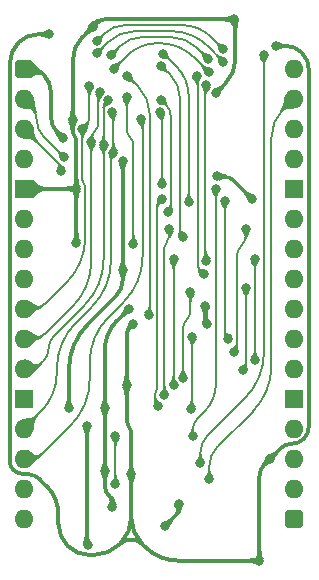
<source format=gbl>
%TF.GenerationSoftware,KiCad,Pcbnew,8.0.7*%
%TF.CreationDate,2025-02-21T16:08:57+02:00*%
%TF.ProjectId,Graphics Transparency,47726170-6869-4637-9320-5472616e7370,V0*%
%TF.SameCoordinates,Original*%
%TF.FileFunction,Copper,L2,Bot*%
%TF.FilePolarity,Positive*%
%FSLAX46Y46*%
G04 Gerber Fmt 4.6, Leading zero omitted, Abs format (unit mm)*
G04 Created by KiCad (PCBNEW 8.0.7) date 2025-02-21 16:08:57*
%MOMM*%
%LPD*%
G01*
G04 APERTURE LIST*
G04 Aperture macros list*
%AMRoundRect*
0 Rectangle with rounded corners*
0 $1 Rounding radius*
0 $2 $3 $4 $5 $6 $7 $8 $9 X,Y pos of 4 corners*
0 Add a 4 corners polygon primitive as box body*
4,1,4,$2,$3,$4,$5,$6,$7,$8,$9,$2,$3,0*
0 Add four circle primitives for the rounded corners*
1,1,$1+$1,$2,$3*
1,1,$1+$1,$4,$5*
1,1,$1+$1,$6,$7*
1,1,$1+$1,$8,$9*
0 Add four rect primitives between the rounded corners*
20,1,$1+$1,$2,$3,$4,$5,0*
20,1,$1+$1,$4,$5,$6,$7,0*
20,1,$1+$1,$6,$7,$8,$9,0*
20,1,$1+$1,$8,$9,$2,$3,0*%
G04 Aperture macros list end*
%TA.AperFunction,ComponentPad*%
%ADD10O,1.600000X1.600000*%
%TD*%
%TA.AperFunction,ComponentPad*%
%ADD11R,1.600000X1.600000*%
%TD*%
%TA.AperFunction,ComponentPad*%
%ADD12RoundRect,0.400000X-0.400000X-0.400000X0.400000X-0.400000X0.400000X0.400000X-0.400000X0.400000X0*%
%TD*%
%TA.AperFunction,ViaPad*%
%ADD13C,0.800000*%
%TD*%
%TA.AperFunction,Conductor*%
%ADD14C,0.380000*%
%TD*%
%TA.AperFunction,Conductor*%
%ADD15C,0.200000*%
%TD*%
G04 APERTURE END LIST*
D10*
%TO.P,J7,32,Pin_32*%
%TO.N,unconnected-(J7-Pin_32-Pad32)*%
X22860000Y0D03*
%TO.P,J7,31,Pin_31*%
%TO.N,Transparent*%
X22860000Y-2540000D03*
%TO.P,J7,30,Pin_30*%
%TO.N,unconnected-(J7-Pin_30-Pad30)*%
X22860000Y-5080000D03*
%TO.P,J7,29,Pin_29*%
%TO.N,MD7*%
X22860000Y-7620000D03*
D11*
%TO.P,J7,28,Pin_28*%
%TO.N,GND*%
X22860000Y-10160000D03*
D10*
%TO.P,J7,27,Pin_27*%
%TO.N,MD6*%
X22860000Y-12700000D03*
%TO.P,J7,26,Pin_26*%
%TO.N,MD5*%
X22860000Y-15240000D03*
%TO.P,J7,25,Pin_25*%
%TO.N,MD4*%
X22860000Y-17780000D03*
%TO.P,J7,24,Pin_24*%
%TO.N,MD3*%
X22860000Y-20320000D03*
%TO.P,J7,23,Pin_23*%
%TO.N,MD2*%
X22860000Y-22860000D03*
%TO.P,J7,22,Pin_22*%
%TO.N,MD1*%
X22860000Y-25400000D03*
D11*
%TO.P,J7,21,Pin_21*%
%TO.N,GND*%
X22860000Y-27940000D03*
D10*
%TO.P,J7,20,Pin_20*%
%TO.N,MD0*%
X22860000Y-30480000D03*
%TO.P,J7,19,Pin_19*%
%TO.N,unconnected-(J7-Pin_19-Pad19)*%
X22860000Y-33020000D03*
%TO.P,J7,18,Pin_18*%
%TO.N,unconnected-(J7-Pin_18-Pad18)*%
X22860000Y-35560000D03*
D12*
%TO.P,J7,17,Pin_17*%
%TO.N,5V*%
X22860000Y-38100000D03*
D10*
%TO.P,J7,16,Pin_16*%
%TO.N,Transparency Enable*%
X0Y-38100000D03*
%TO.P,J7,15,Pin_15*%
%TO.N,Read Transparent Colour*%
X0Y-35560000D03*
%TO.P,J7,14,Pin_14*%
%TO.N,Write Transparent Colour*%
X0Y-33020000D03*
%TO.P,J7,13,Pin_13*%
%TO.N,D0*%
X0Y-30480000D03*
D11*
%TO.P,J7,12,Pin_12*%
%TO.N,GND*%
X0Y-27940000D03*
D10*
%TO.P,J7,11,Pin_11*%
%TO.N,D1*%
X0Y-25400000D03*
%TO.P,J7,10,Pin_10*%
%TO.N,D2*%
X0Y-22860000D03*
%TO.P,J7,9,Pin_9*%
%TO.N,D3*%
X0Y-20320000D03*
%TO.P,J7,8,Pin_8*%
%TO.N,D4*%
X0Y-17780000D03*
%TO.P,J7,7,Pin_7*%
%TO.N,D5*%
X0Y-15240000D03*
%TO.P,J7,6,Pin_6*%
%TO.N,D6*%
X0Y-12700000D03*
D11*
%TO.P,J7,5,Pin_5*%
%TO.N,GND*%
X0Y-10160000D03*
D10*
%TO.P,J7,4,Pin_4*%
%TO.N,D7*%
X0Y-7620000D03*
%TO.P,J7,3,Pin_3*%
%TO.N,~{Write}*%
X0Y-5080000D03*
%TO.P,J7,2,Pin_2*%
%TO.N,~{Main Read}*%
X0Y-2540000D03*
D12*
%TO.P,J7,1,Pin_1*%
%TO.N,5V*%
X0Y0D03*
%TD*%
D13*
%TO.N,/T7*%
X11752830Y1282000D03*
X13958000Y-11303000D03*
%TO.N,5V*%
X5389099Y-40337000D03*
X3810000Y-28702000D03*
X5334000Y-30226000D03*
X8382000Y-7856588D03*
X8382004Y-17018000D03*
X3301999Y-5842001D03*
%TO.N,GND*%
X15367000Y-20066000D03*
X17779988Y4191008D03*
X4127500Y-4381500D03*
X6858000Y-34036000D03*
X7492998Y-37084000D03*
X15494000Y-21590000D03*
X4433000Y-10160000D03*
X5820998Y3555998D03*
X16386237Y-9118106D03*
X4433000Y-14732000D03*
X16256000Y-2032000D03*
X8890000Y-20320000D03*
X6858016Y-28701984D03*
X19316000Y-11007831D03*
X11938000Y-38735000D03*
X13114273Y-36840222D03*
%TO.N,/3.3V*%
X8695498Y-26797000D03*
X9080500Y-34353500D03*
X21307994Y1933006D03*
X19939000Y-41656000D03*
X2159000Y2921000D03*
X20828000Y-33020000D03*
X9271000Y-21590000D03*
%TO.N,D4*%
X15640348Y-278141D03*
X7620004Y0D03*
%TO.N,/T6*%
X11621848Y240200D03*
X13462000Y-14224000D03*
%TO.N,/T3*%
X15458000Y-1397000D03*
X15458000Y-16256000D03*
%TO.N,/T4*%
X8763000Y-635000D03*
X10555835Y-20864002D03*
%TO.N,/T0*%
X11531749Y-3708251D03*
X11696000Y-9779000D03*
%TO.N,/T1*%
X11624434Y-2662347D03*
X12216000Y-12129178D03*
%TO.N,D3*%
X4953000Y-5080000D03*
X5539276Y-1441000D03*
%TO.N,D0*%
X7582679Y-7100000D03*
X7493000Y-3683000D03*
%TO.N,D5*%
X15577701Y845167D03*
X7388330Y1143000D03*
%TO.N,/T2*%
X9271000Y-14859000D03*
X8712513Y-2411750D03*
%TO.N,D2*%
X5703000Y-6236527D03*
X6419122Y-2014042D03*
%TO.N,D6*%
X16891000Y600997D03*
X6167265Y1296604D03*
%TO.N,/T5*%
X14636347Y-585528D03*
X15240000Y-17399000D03*
%TO.N,D7*%
X6180750Y2328250D03*
X16891000Y1651000D03*
%TO.N,Write Transparent Colour*%
X9918000Y-4300996D03*
%TO.N,D1*%
X6742116Y-6465000D03*
X7160960Y-2686880D03*
%TO.N,/~{Read Transparent Colour}*%
X20320000Y1143000D03*
X14937068Y-33421681D03*
%TO.N,MD0*%
X11684000Y-11049000D03*
X11395633Y-28580905D03*
%TO.N,MD1*%
X12319000Y-13589000D03*
X11891893Y-27655577D03*
%TO.N,MD7*%
X17018000Y-11176000D03*
X17320960Y-22879880D03*
%TO.N,MD4*%
X18808000Y-18604000D03*
X18542000Y-25527000D03*
%TO.N,~{Write}*%
X3175000Y-8636000D03*
%TO.N,Transparent*%
X15687068Y-34747475D03*
%TO.N,MD3*%
X13474000Y-26162000D03*
X14097000Y-18923000D03*
%TO.N,MD5*%
X19557994Y-16129000D03*
X19558000Y-24638000D03*
%TO.N,MD2*%
X12676854Y-26820146D03*
X12700000Y-16129000D03*
%TO.N,MD6*%
X17780000Y-24003000D03*
X18796000Y-13589000D03*
%TO.N,~{Main Read}*%
X14270170Y-22697110D03*
X3429000Y-7493000D03*
X14172024Y-28806000D03*
%TO.N,Net-(IC5-~{P=Q})*%
X16256000Y-10160000D03*
X14295531Y-31115000D03*
X7747000Y-31127000D03*
X7747000Y-35179000D03*
%TD*%
D14*
%TO.N,/3.3V*%
X8145250Y-40241750D02*
G75*
G02*
X5887356Y-41177003I-2257900J2257900D01*
G01*
X-881457Y-33981457D02*
G75*
G03*
X-136570Y-34290000I744888J744888D01*
G01*
X-467999Y2198999D02*
G75*
G03*
X-1189998Y455937I1743059J-1743059D01*
G01*
X2921000Y-38525863D02*
G75*
G03*
X3697498Y-40400502I2651130J-7D01*
G01*
X3697500Y-40400500D02*
G75*
G03*
X5572136Y-41177001I1874640J1874640D01*
G01*
X8983249Y-21877751D02*
G75*
G03*
X8695517Y-22572443I694651J-694649D01*
G01*
X1206500Y2921000D02*
G75*
G03*
X-419520Y2247481I0J-2299540D01*
G01*
X1905000Y-35306000D02*
G75*
G02*
X2921000Y-37758840I-2452839J-2452840D01*
G01*
X-1190000Y-33236570D02*
G75*
G03*
X-881457Y-33981457I1053431J1D01*
G01*
X8145250Y-40241750D02*
G75*
G03*
X9080503Y-37983856I-2257900J2257900D01*
G01*
X10015750Y-40241750D02*
G75*
G03*
X8145250Y-40241750I-935250J-935247D01*
G01*
X9080500Y-37983856D02*
G75*
G03*
X10015749Y-40241751I3193140J-4D01*
G01*
X20383500Y-33464500D02*
G75*
G03*
X19939007Y-34537617I1073100J-1073100D01*
G01*
X24130000Y-30286864D02*
G75*
G02*
X23701468Y-31321468I-1463100J-36D01*
G01*
X8695498Y-29826762D02*
G75*
G03*
X8887988Y-30291512I657202J-38D01*
G01*
X1405865Y-34806865D02*
G75*
G03*
X158042Y-34290000I-1247819J-1247814D01*
G01*
X23542710Y1349289D02*
G75*
G03*
X22133494Y1933009I-1409210J-1409189D01*
G01*
X8887999Y-30291501D02*
G75*
G02*
X9080484Y-30756239I-464699J-464699D01*
G01*
X23688310Y-31334604D02*
G75*
G02*
X22685457Y-31749983I-1002810J1002804D01*
G01*
X10255250Y-40481250D02*
G75*
G03*
X13091347Y-41656001I2836100J2836100D01*
G01*
X22685457Y-31750000D02*
G75*
G03*
X21682636Y-32165427I43J-1418200D01*
G01*
X23544497Y1347503D02*
G75*
G02*
X24129991Y-66026I-1413497J-1413503D01*
G01*
%TO.N,GND*%
X13114273Y-37199474D02*
G75*
G02*
X12860248Y-37812761I-867273J-26D01*
G01*
X4974249Y2709249D02*
G75*
G03*
X4127494Y665016I2044251J-2044249D01*
G01*
X7268490Y-36224490D02*
G75*
G02*
X7493004Y-36766499I-541990J-542010D01*
G01*
X6858000Y-35364988D02*
G75*
G03*
X7175495Y-36131503I1084000J-12D01*
G01*
X4439000Y-10166000D02*
G75*
G02*
X4445006Y-10180485I-14500J-14500D01*
G01*
X15367000Y-21373197D02*
G75*
G03*
X15430499Y-21526501I216800J-3D01*
G01*
X4127500Y-5320478D02*
G75*
G03*
X4280244Y-5689256I521500J-22D01*
G01*
X4280250Y-5689250D02*
G75*
G02*
X4432991Y-6058021I-368750J-368750D01*
G01*
X7874008Y-21335992D02*
G75*
G03*
X6858017Y-23788813I2452792J-2452808D01*
G01*
X17843494Y4127502D02*
G75*
G02*
X17906996Y3974184I-153294J-153302D01*
G01*
X17793983Y-9485814D02*
G75*
G03*
X16906256Y-9118125I-887683J-887686D01*
G01*
X6905032Y4191011D02*
G75*
G03*
X6138492Y3873516I-32J-1084011D01*
G01*
X17907000Y786433D02*
G75*
G02*
X17081498Y-1206498I-2818440J7D01*
G01*
X6858008Y-28701992D02*
X6858009Y-28701993D01*
X6858009Y-28701994D01*
X6858010Y-28701994D01*
X6858010Y-28701995D01*
X6858011Y-28701996D01*
X6858011Y-28701997D01*
X6858011Y-28701998D01*
X6858011Y-28701999D01*
X6858011Y-28702000D01*
X6858011Y-28702001D01*
X6858011Y-28702002D01*
X6858011Y-28702003D01*
X6858011Y-28702004D01*
X6858010Y-28702005D01*
X6858010Y-28702006D01*
X6858009Y-28702006D01*
X6858009Y-28702007D01*
X6858008Y-28702008D01*
X6858007Y-28702009D01*
X6858006Y-28702009D01*
X6858006Y-28702010D01*
X6858005Y-28702010D01*
X6858004Y-28702011D01*
X6858003Y-28702011D01*
X6858002Y-28702011D01*
X6858001Y-28702011D01*
X6858000Y-28702011D01*
X4445000Y-14711514D02*
G75*
G02*
X4438996Y-14725996I-20500J14D01*
G01*
%TO.N,5V*%
X1547111Y-404111D02*
G75*
G03*
X571500Y1I-975611J-975609D01*
G01*
X2286000Y-4107582D02*
G75*
G03*
X2794002Y-5333998I1734410J2D01*
G01*
X5403792Y-21647206D02*
G75*
G03*
X3810001Y-25494963I3847758J-3847754D01*
G01*
X1714500Y-571499D02*
G75*
G02*
X2286001Y-1951223I-1379740J-1379731D01*
G01*
X5334000Y-40242940D02*
G75*
G03*
X5361561Y-40309438I94100J40D01*
G01*
X8382004Y-17843498D02*
G75*
G02*
X7798284Y-19252707I-1992904J-2D01*
G01*
D15*
%TO.N,Net-(IC5-~{P=Q})*%
X16256000Y-26680739D02*
G75*
G02*
X15275766Y-29047235I-3346730J-1D01*
G01*
X14680031Y-29642968D02*
G75*
G03*
X14295556Y-30571234I928269J-928232D01*
G01*
%TO.N,~{Main Read}*%
X561184Y-3101184D02*
G75*
G02*
X1100000Y-4402000I-1300816J-1300817D01*
G01*
X1100000Y-4402000D02*
G75*
G03*
X1638815Y-5702815I1839630J0D01*
G01*
X14247085Y-22720195D02*
G75*
G03*
X14224014Y-22775927I55715J-55705D01*
G01*
X14224000Y-28717271D02*
G75*
G02*
X14198020Y-28780020I-88700J-29D01*
G01*
%TO.N,MD6*%
X18796000Y-14097000D02*
G75*
G02*
X18436785Y-14964206I-1226400J0D01*
G01*
X18408480Y-14992520D02*
G75*
G03*
X18020933Y-15928076I935520J-935580D01*
G01*
X18020960Y-23591655D02*
G75*
G02*
X17900505Y-23882545I-411360J-45D01*
G01*
%TO.N,MD2*%
X12688427Y-16140573D02*
G75*
G03*
X12676873Y-16168512I27973J-27927D01*
G01*
%TO.N,MD3*%
X14097000Y-20514472D02*
G75*
G02*
X13785508Y-21266508I-1063500J-28D01*
G01*
X13785500Y-21266500D02*
G75*
G03*
X13474011Y-22018527I752000J-752000D01*
G01*
%TO.N,Transparent*%
X21907500Y-3492500D02*
G75*
G03*
X20955016Y-5792038I2299500J-2299500D01*
G01*
X20955000Y-25178036D02*
G75*
G02*
X19361206Y-29025791I-5441560J6D01*
G01*
X16410983Y-31976016D02*
G75*
G03*
X15687078Y-33723703I1747717J-1747684D01*
G01*
%TO.N,~{Write}*%
X3048000Y-8419197D02*
G75*
G03*
X3111499Y-8572501I216800J-3D01*
G01*
X2913296Y-7993296D02*
G75*
G02*
X3048002Y-8318500I-325196J-325204D01*
G01*
%TO.N,MD4*%
X18808000Y-25072909D02*
G75*
G02*
X18674997Y-25393997I-454100J9D01*
G01*
%TO.N,MD7*%
X17018000Y-22362694D02*
G75*
G03*
X17169474Y-22728406I517200J-6D01*
G01*
%TO.N,MD1*%
X12319000Y-14129882D02*
G75*
G02*
X12105452Y-14645452I-729100J-18D01*
G01*
X12105446Y-14645446D02*
G75*
G03*
X11891897Y-15161010I515554J-515554D01*
G01*
%TO.N,MD0*%
X11469917Y-11263082D02*
G75*
G03*
X11255863Y-11779923I516883J-516818D01*
G01*
X11255835Y-27150404D02*
G75*
G02*
X11198867Y-27287948I-194535J4D01*
G01*
X11141893Y-28147743D02*
G75*
G03*
X11268775Y-28454023I433207J43D01*
G01*
X11198864Y-27287945D02*
G75*
G03*
X11141881Y-27425485I137536J-137555D01*
G01*
%TO.N,/~{Read Transparent Colour}*%
X15555697Y-31053302D02*
G75*
G03*
X14937071Y-32546806I1493503J-1493498D01*
G01*
X20320000Y-24035036D02*
G75*
G02*
X18726206Y-27882791I-5441560J6D01*
G01*
%TO.N,D1*%
X2544512Y-22601487D02*
G75*
G03*
X2095492Y-23685500I1083988J-1084013D01*
G01*
X2095500Y-23685500D02*
G75*
G02*
X1646486Y-24769512I-1533020J0D01*
G01*
X6951538Y-2896302D02*
G75*
G03*
X6742102Y-3401891I505562J-505598D01*
G01*
X1375210Y-25040789D02*
G75*
G02*
X508000Y-25399999I-867210J867209D01*
G01*
X6742116Y-16149920D02*
G75*
G02*
X5148323Y-19997676I-5441559J4D01*
G01*
%TO.N,Write Transparent Colour*%
X1531369Y-32620000D02*
G75*
G02*
X565685Y-33020001I-965689J965690D01*
G01*
X9984000Y-4366996D02*
G75*
G02*
X10049987Y-4526334I-159300J-159304D01*
G01*
X10050000Y-15890036D02*
G75*
G02*
X8456204Y-19737790I-5441550J6D01*
G01*
X5570000Y-26327406D02*
G75*
G02*
X3976206Y-30175161I-5441560J6D01*
G01*
X7163792Y-21030207D02*
G75*
G03*
X5570002Y-24877963I3847758J-3847753D01*
G01*
%TO.N,D7*%
X15875000Y2667000D02*
G75*
G03*
X13422159Y3682997I-2452840J-2452850D01*
G01*
X8493452Y3683000D02*
G75*
G03*
X6858127Y3005623I8J-2312710D01*
G01*
%TO.N,/T5*%
X14708000Y-16490819D02*
G75*
G03*
X14974006Y-17132994I908200J19D01*
G01*
X14672173Y-621354D02*
G75*
G02*
X14708043Y-707847I-86473J-86546D01*
G01*
%TO.N,D6*%
X9373887Y3175000D02*
G75*
G03*
X7106474Y2235791I13J-3206600D01*
G01*
X15603998Y1887998D02*
G75*
G03*
X12496902Y3175000I-3107098J-3107098D01*
G01*
%TO.N,D2*%
X1890913Y-22366085D02*
G75*
G02*
X698500Y-22859998I-1192413J1192415D01*
G01*
X6359884Y-2073279D02*
G75*
G03*
X6300641Y-2216291I143016J-143021D01*
G01*
X6300647Y-4579752D02*
G75*
G02*
X6001822Y-5301175I-1020247J2D01*
G01*
X5703000Y-16300036D02*
G75*
G02*
X4109206Y-20147791I-5441560J6D01*
G01*
X5928046Y-5374953D02*
G75*
G03*
X5702986Y-5918263I543354J-543347D01*
G01*
%TO.N,/T2*%
X8991756Y-5816756D02*
G75*
G02*
X9270992Y-6490909I-674156J-674144D01*
G01*
X8712513Y-5142603D02*
G75*
G03*
X8991760Y-5816752I953387J3D01*
G01*
%TO.N,D5*%
X9989960Y2667000D02*
G75*
G03*
X8150330Y1905000I0J-2601630D01*
G01*
X14666784Y1756083D02*
G75*
G03*
X12467637Y2666996I-2199144J-2199153D01*
G01*
%TO.N,D0*%
X7537839Y-3727839D02*
G75*
G02*
X7582689Y-3836091I-108239J-108261D01*
G01*
X7366000Y-16288036D02*
G75*
G02*
X5772204Y-20135790I-5441550J6D01*
G01*
X4387792Y-21520207D02*
G75*
G03*
X2794002Y-25367963I3847758J-3847753D01*
G01*
X7474339Y-7208339D02*
G75*
G03*
X7365997Y-7469894I261561J-261561D01*
G01*
X2794000Y-25710343D02*
G75*
G02*
X1397000Y-29083000I-4769667J4D01*
G01*
%TO.N,D3*%
X1890913Y-19826085D02*
G75*
G02*
X698500Y-20319998I-1192413J1192415D01*
G01*
X5539276Y-4079164D02*
G75*
G02*
X5246138Y-4786862I-1000846J4D01*
G01*
X5195000Y-14268036D02*
G75*
G02*
X3601207Y-18115792I-5441559J4D01*
G01*
X5074000Y-9728339D02*
G75*
G02*
X5195035Y-10020458I-292100J-292161D01*
G01*
X4953000Y-9436219D02*
G75*
G03*
X5074014Y-9728325I413100J19D01*
G01*
%TO.N,/T1*%
X12035217Y-3073130D02*
G75*
G02*
X12446037Y-4064847I-991717J-991770D01*
G01*
X12446000Y-11736543D02*
G75*
G02*
X12330971Y-12014149I-392600J43D01*
G01*
%TO.N,/T0*%
X11613874Y-3790376D02*
G75*
G02*
X11695966Y-3988644I-198274J-198224D01*
G01*
%TO.N,/T4*%
X9715500Y-1587500D02*
G75*
G02*
X10668001Y-3887038I-2299540J-2299540D01*
G01*
X10668000Y-20672524D02*
G75*
G02*
X10611910Y-20807912I-191500J24D01*
G01*
%TO.N,/T3*%
X15367000Y-16100653D02*
G75*
G03*
X15412466Y-16210534I155400J-47D01*
G01*
X15412500Y-1442500D02*
G75*
G03*
X15367019Y-1552346I109800J-109800D01*
G01*
%TO.N,/T6*%
X13208000Y-13790394D02*
G75*
G03*
X13334998Y-14097002I433600J-6D01*
G01*
X12414924Y-552876D02*
G75*
G02*
X13207987Y-2467530I-1914624J-1914624D01*
G01*
%TO.N,D4*%
X11305647Y2159000D02*
G75*
G03*
X8699506Y1079498I3J-3685640D01*
G01*
X14413845Y948361D02*
G75*
G03*
X11491105Y2158997I-2922745J-2922761D01*
G01*
%TO.N,/T7*%
X11854893Y1255340D02*
G75*
G03*
X11790532Y1282028I-64393J-64340D01*
G01*
X12893117Y217117D02*
G75*
G02*
X13957998Y-2353737I-2570867J-2570857D01*
G01*
%TO.N,Net-(IC5-~{P=Q})*%
X15275765Y-29047234D02*
X14680031Y-29642968D01*
X16256000Y-26680739D02*
X16256000Y-10160000D01*
X14295531Y-31115000D02*
X14295531Y-30571234D01*
D14*
%TO.N,5V*%
X2793999Y-5334001D02*
X3301999Y-5842001D01*
X2286000Y-4107582D02*
X2286000Y-1951223D01*
X1547111Y-404111D02*
X1714500Y-571499D01*
%TO.N,/3.3V*%
X1206500Y2921000D02*
X2159000Y2921000D01*
X-1190000Y455937D02*
X-1190000Y-33236570D01*
X2921000Y-38525863D02*
X2921000Y-37758840D01*
X-136570Y-34290000D02*
X158042Y-34290000D01*
X5887356Y-41177000D02*
X5572136Y-41177000D01*
X1905000Y-35306000D02*
X1405865Y-34806865D01*
X-467999Y2198999D02*
X-419519Y2247480D01*
D15*
%TO.N,D1*%
X2544512Y-22601487D02*
X5148323Y-19997676D01*
X1646486Y-24769512D02*
X1375210Y-25040789D01*
X6742116Y-6465000D02*
X6742116Y-16149920D01*
%TO.N,D2*%
X1890913Y-22366085D02*
X4109207Y-20147792D01*
X5703000Y-16300036D02*
X5703000Y-6236527D01*
%TO.N,D3*%
X4953000Y-5080000D02*
X4953000Y-9436219D01*
X5195000Y-14268036D02*
X5195000Y-10020458D01*
X1890913Y-19826085D02*
X3601207Y-18115792D01*
%TO.N,Net-(IC5-~{P=Q})*%
X7747000Y-35179000D02*
X7747000Y-31127000D01*
D14*
%TO.N,GND*%
X7492998Y-37084000D02*
X7492998Y-36766499D01*
X6858000Y-34036000D02*
X6858000Y-35364988D01*
X7268490Y-36224490D02*
X7175499Y-36131499D01*
D15*
%TO.N,/~{Read Transparent Colour}*%
X15555697Y-31053302D02*
X18726207Y-27882792D01*
X14937068Y-32546806D02*
X14937068Y-33421681D01*
X20320000Y1143000D02*
X20320000Y-24035036D01*
%TO.N,Transparent*%
X15687068Y-33723703D02*
X15687068Y-34747475D01*
X19361207Y-29025792D02*
X16410983Y-31976016D01*
X21907500Y-3492500D02*
X22860000Y-2540000D01*
X20955000Y-5792038D02*
X20955000Y-25178036D01*
D14*
%TO.N,/3.3V*%
X21307994Y1933006D02*
X22133494Y1933006D01*
X23542710Y1349289D02*
X23544497Y1347503D01*
X23701457Y-31321457D02*
X23688310Y-31334604D01*
X20828000Y-33020000D02*
X21682604Y-32165395D01*
X24130000Y-30286864D02*
X24130000Y-66026D01*
X9080500Y-34353500D02*
X9080500Y-30756239D01*
X8695498Y-29826762D02*
X8695498Y-26797000D01*
D15*
%TO.N,/T7*%
X13958000Y-11303000D02*
X13958000Y-2353737D01*
X11790532Y1282000D02*
X11752830Y1282000D01*
X11854893Y1255340D02*
X12893117Y217117D01*
D14*
%TO.N,5V*%
X8382000Y-17017996D02*
X8382000Y-7856588D01*
X8382004Y-17018000D02*
X8382004Y-17843498D01*
X5361549Y-40309450D02*
X5389099Y-40337000D01*
X8382000Y-17017996D02*
X8382004Y-17018000D01*
X3810000Y-25494963D02*
X3810000Y-28702000D01*
X5403792Y-21647206D02*
X7798288Y-19252711D01*
X5334000Y-40242940D02*
X5334000Y-30226000D01*
%TO.N,GND*%
X6858008Y-28701992D02*
X6858016Y-28701984D01*
X12860243Y-37812756D02*
X11938000Y-38735000D01*
X17907000Y3974184D02*
X17907000Y786433D01*
X17779985Y4191011D02*
X17779988Y4191008D01*
X4974249Y2709249D02*
X5820998Y3555998D01*
X4433000Y-14732000D02*
X4439000Y-14726000D01*
X5820998Y3555998D02*
X6138504Y3873504D01*
X6858000Y-34036000D02*
X6858000Y-28702011D01*
X16906256Y-9118106D02*
X16386237Y-9118106D01*
X4433000Y-6058021D02*
X4433000Y-10160000D01*
X8890000Y-20320000D02*
X7874008Y-21335992D01*
X6858016Y-23788813D02*
X6858016Y-28701984D01*
X4127500Y665016D02*
X4127500Y-4381500D01*
X15367000Y-20066000D02*
X15367000Y-21373197D01*
X13114273Y-37199474D02*
X13114273Y-36840222D01*
X4439000Y-10166000D02*
X4433000Y-10160000D01*
X4433000Y-10160000D02*
X0Y-10160000D01*
X16256000Y-2032000D02*
X17081500Y-1206500D01*
X17779985Y4191011D02*
X6905032Y4191011D01*
X4445000Y-10180485D02*
X4445000Y-14711514D01*
X4127500Y-4381500D02*
X4127500Y-5320478D01*
X17793983Y-9485814D02*
X19316000Y-11007831D01*
X17779988Y4191008D02*
X17843494Y4127502D01*
X15430500Y-21526500D02*
X15494000Y-21590000D01*
%TO.N,/3.3V*%
X19939000Y-41656000D02*
X19939000Y-34537617D01*
X9080500Y-34353500D02*
X9080500Y-37983856D01*
X8695498Y-22572443D02*
X8695498Y-26797000D01*
X10015750Y-40241750D02*
X10255250Y-40481250D01*
X20828000Y-33020000D02*
X20383500Y-33464500D01*
X9271000Y-21590000D02*
X8983249Y-21877751D01*
X19939000Y-41656000D02*
X13091347Y-41656000D01*
D15*
%TO.N,D4*%
X11305647Y2159000D02*
X11491105Y2159000D01*
X7620004Y0D02*
X8699504Y1079500D01*
X14413845Y948361D02*
X15640348Y-278141D01*
%TO.N,/T6*%
X12414924Y-552876D02*
X11621848Y240200D01*
X13462000Y-14224000D02*
X13335000Y-14097000D01*
X13208000Y-13790394D02*
X13208000Y-2467530D01*
%TO.N,/T3*%
X15458000Y-1397000D02*
X15412500Y-1442500D01*
X15367000Y-16100653D02*
X15367000Y-1552346D01*
X15458000Y-16256000D02*
X15412500Y-16210500D01*
%TO.N,/T4*%
X10668000Y-3887038D02*
X10668000Y-20672524D01*
X9715500Y-1587500D02*
X8763000Y-635000D01*
X10555835Y-20864002D02*
X10611917Y-20807919D01*
%TO.N,/T0*%
X11531749Y-3708251D02*
X11613874Y-3790376D01*
X11696000Y-9779000D02*
X11696000Y-3988644D01*
%TO.N,/T1*%
X12035217Y-3073130D02*
X11624434Y-2662347D01*
X12216000Y-12129178D02*
X12331000Y-12014178D01*
X12446000Y-4064847D02*
X12446000Y-11736543D01*
%TO.N,D3*%
X5246138Y-4786862D02*
X4953000Y-5080000D01*
X5539276Y-4079164D02*
X5539276Y-1441000D01*
%TO.N,D0*%
X5772206Y-20135792D02*
X4387792Y-21520207D01*
X7582679Y-7100000D02*
X7582679Y-3836091D01*
X7537839Y-3727839D02*
X7493000Y-3683000D01*
X7582679Y-7100000D02*
X7474339Y-7208339D01*
X7366000Y-16288036D02*
X7366000Y-7469894D01*
X1397000Y-29083000D02*
X0Y-30480000D01*
X2794000Y-25367963D02*
X2794000Y-25710343D01*
%TO.N,D5*%
X9989960Y2667000D02*
X12467637Y2667000D01*
X8150330Y1905000D02*
X7388330Y1143000D01*
X14666784Y1756083D02*
X15577701Y845167D01*
%TO.N,/T2*%
X8712513Y-5142603D02*
X8712513Y-2411750D01*
X9271000Y-6490909D02*
X9271000Y-14859000D01*
%TO.N,D2*%
X5703000Y-5918263D02*
X5703000Y-6236527D01*
X6359884Y-2073279D02*
X6419122Y-2014042D01*
X6300647Y-2216291D02*
X6300647Y-4579752D01*
X6001823Y-5301176D02*
X5928046Y-5374953D01*
%TO.N,D6*%
X7106463Y2235802D02*
X6167265Y1296604D01*
X9373887Y3175000D02*
X12496902Y3175000D01*
X16891000Y600997D02*
X15603998Y1887998D01*
%TO.N,/T5*%
X14672173Y-621354D02*
X14636347Y-585528D01*
X14974000Y-17133000D02*
X15240000Y-17399000D01*
X14708000Y-16490819D02*
X14708000Y-707847D01*
%TO.N,D7*%
X13422159Y3683000D02*
X8493452Y3683000D01*
X6180750Y2328250D02*
X6858125Y3005625D01*
X16891000Y1651000D02*
X15875000Y2667000D01*
%TO.N,Write Transparent Colour*%
X10050000Y-4526334D02*
X10050000Y-15890036D01*
X1531369Y-32620000D02*
X3976207Y-30175162D01*
X9918000Y-4300996D02*
X9984000Y-4366996D01*
X5570000Y-26327406D02*
X5570000Y-24877963D01*
X8456206Y-19737792D02*
X7163792Y-21030207D01*
%TO.N,D1*%
X6742116Y-6465000D02*
X6742116Y-3401891D01*
X6951538Y-2896302D02*
X7160960Y-2686880D01*
%TO.N,MD0*%
X11141893Y-28147743D02*
X11141893Y-27425485D01*
X11469917Y-11263082D02*
X11684000Y-11049000D01*
X11395633Y-28580905D02*
X11268763Y-28454035D01*
X11255835Y-11779923D02*
X11255835Y-27150404D01*
%TO.N,MD1*%
X11891893Y-15161010D02*
X11891893Y-27655577D01*
X12319000Y-14129882D02*
X12319000Y-13589000D01*
%TO.N,MD7*%
X17018000Y-22362694D02*
X17018000Y-11176000D01*
X17169480Y-22728400D02*
X17320960Y-22879880D01*
%TO.N,MD4*%
X18675000Y-25394000D02*
X18542000Y-25527000D01*
X18808000Y-25072909D02*
X18808000Y-18604000D01*
%TO.N,~{Write}*%
X2913296Y-7993296D02*
X0Y-5080000D01*
X3048000Y-8419197D02*
X3048000Y-8318500D01*
X3111500Y-8572500D02*
X3175000Y-8636000D01*
%TO.N,MD3*%
X14097000Y-18923000D02*
X14097000Y-20514472D01*
X13474000Y-22018527D02*
X13474000Y-26162000D01*
%TO.N,MD5*%
X19557994Y-16129000D02*
X19558000Y-16129006D01*
X19558000Y-16129006D02*
X19558000Y-24638000D01*
%TO.N,MD2*%
X12700000Y-16129000D02*
X12688427Y-16140573D01*
X12676854Y-16168512D02*
X12676854Y-26820146D01*
%TO.N,MD6*%
X18020960Y-15928076D02*
X18020960Y-23591655D01*
X18436789Y-14964210D02*
X18408480Y-14992520D01*
X17900480Y-23882520D02*
X17780000Y-24003000D01*
X18796000Y-14097000D02*
X18796000Y-13589000D01*
%TO.N,~{Main Read}*%
X14224000Y-22775927D02*
X14224000Y-28717271D01*
X3429000Y-7493000D02*
X1638815Y-5702815D01*
X14172024Y-28806000D02*
X14198012Y-28780012D01*
X561184Y-3101184D02*
X0Y-2540000D01*
X14270170Y-22697110D02*
X14247085Y-22720195D01*
%TD*%
%TA.AperFunction,Conductor*%
%TO.N,GND*%
G36*
X13116998Y-36840296D02*
G01*
X13444525Y-36976903D01*
X13473369Y-36988934D01*
X13479685Y-36995281D01*
X13479803Y-37003885D01*
X13412814Y-37180307D01*
X13412807Y-37180330D01*
X13368654Y-37316493D01*
X13368566Y-37316755D01*
X13328017Y-37432420D01*
X13327533Y-37433593D01*
X13267215Y-37559841D01*
X13266617Y-37560938D01*
X13168975Y-37719276D01*
X13161715Y-37724519D01*
X13152875Y-37723094D01*
X13152516Y-37722863D01*
X12854573Y-37523786D01*
X12849598Y-37516341D01*
X12850231Y-37509661D01*
X12906595Y-37370798D01*
X12882981Y-37255139D01*
X12882981Y-37255138D01*
X12851712Y-37203837D01*
X12816303Y-37145742D01*
X12816011Y-37145232D01*
X12747339Y-37017485D01*
X12746136Y-37014054D01*
X12742331Y-36993295D01*
X12716798Y-36853999D01*
X12718677Y-36845246D01*
X12726197Y-36840384D01*
X12728271Y-36840192D01*
X13112478Y-36839395D01*
X13116998Y-36840296D01*
G37*
%TD.AperFunction*%
%TD*%
%TA.AperFunction,Conductor*%
%TO.N,GND*%
G36*
X7509723Y-36219578D02*
G01*
X7509822Y-36219728D01*
X7611695Y-36377368D01*
X7612038Y-36377934D01*
X7681852Y-36500694D01*
X7682292Y-36501547D01*
X7733853Y-36612484D01*
X7734091Y-36613032D01*
X7787484Y-36745165D01*
X7858214Y-36920199D01*
X7858136Y-36929154D01*
X7851870Y-36935381D01*
X7495727Y-37083924D01*
X7491199Y-37084826D01*
X7106717Y-37084028D01*
X7098451Y-37080584D01*
X7095041Y-37072304D01*
X7095192Y-37070457D01*
X7120422Y-36914751D01*
X7121359Y-36911701D01*
X7179743Y-36786264D01*
X7179910Y-36785921D01*
X7234565Y-36678134D01*
X7249050Y-36564614D01*
X7191250Y-36429805D01*
X7191140Y-36420852D01*
X7195504Y-36415468D01*
X7251676Y-36377934D01*
X7493497Y-36216349D01*
X7502277Y-36214603D01*
X7509723Y-36219578D01*
G37*
%TD.AperFunction*%
%TD*%
%TA.AperFunction,Conductor*%
%TO.N,5V*%
G36*
X711187Y641498D02*
G01*
X711937Y640599D01*
X892712Y400297D01*
X892725Y400282D01*
X1081273Y186246D01*
X1269813Y8819D01*
X1361761Y-59861D01*
X1458368Y-132022D01*
X1633537Y-228863D01*
X1639119Y-235864D01*
X1638115Y-244763D01*
X1636279Y-247243D01*
X1385947Y-505608D01*
X1377729Y-509166D01*
X1377538Y-509167D01*
X1216612Y-509086D01*
X1216602Y-509086D01*
X1050736Y-535081D01*
X1050725Y-535083D01*
X884844Y-587157D01*
X718967Y-665309D01*
X718961Y-665312D01*
X562380Y-763703D01*
X553552Y-765203D01*
X546655Y-760626D01*
X478126Y-665312D01*
X169363Y-235864D01*
X5327Y-7712D01*
X3280Y1006D01*
X6892Y7715D01*
X694654Y642165D01*
X703058Y645256D01*
X711187Y641498D01*
G37*
%TD.AperFunction*%
%TD*%
%TA.AperFunction,Conductor*%
%TO.N,~{Main Read}*%
G36*
X736643Y-2238575D02*
G01*
X742967Y-2244915D01*
X743192Y-2245506D01*
X865971Y-2595506D01*
X866402Y-2597074D01*
X920074Y-2864155D01*
X920240Y-2865244D01*
X945143Y-3103466D01*
X985339Y-3376946D01*
X985339Y-3376948D01*
X1082127Y-3738799D01*
X1080954Y-3747676D01*
X1074440Y-3752949D01*
X904109Y-3808294D01*
X895181Y-3807592D01*
X890170Y-3802673D01*
X750203Y-3540239D01*
X750202Y-3540238D01*
X559133Y-3426521D01*
X320252Y-3395125D01*
X33335Y-3371092D01*
X31246Y-3370724D01*
X-293325Y-3282585D01*
X-300411Y-3277110D01*
X-301550Y-3268228D01*
X-301072Y-3266825D01*
X-134664Y-2864155D01*
X-2164Y-2543538D01*
X4159Y-2537204D01*
X727690Y-2238564D01*
X736643Y-2238575D01*
G37*
%TD.AperFunction*%
%TD*%
%TA.AperFunction,Conductor*%
%TO.N,MD6*%
G36*
X18117929Y-23288611D02*
G01*
X18121349Y-23296482D01*
X18127099Y-23463543D01*
X18127100Y-23463551D01*
X18141742Y-23589712D01*
X18149035Y-23635102D01*
X18159176Y-23698220D01*
X18159246Y-23698727D01*
X18173804Y-23824161D01*
X18173875Y-23825107D01*
X18179584Y-23990927D01*
X18176444Y-23999314D01*
X18168294Y-24003023D01*
X18167920Y-24003030D01*
X17784875Y-24003987D01*
X17776594Y-24000581D01*
X17776558Y-24000546D01*
X17775330Y-23999314D01*
X17506488Y-23729521D01*
X17503077Y-23721242D01*
X17506518Y-23712975D01*
X17507575Y-23712043D01*
X17622843Y-23622271D01*
X17624628Y-23621128D01*
X17739091Y-23561741D01*
X17833618Y-23507633D01*
X17897496Y-23426409D01*
X17919335Y-23294966D01*
X17924072Y-23287367D01*
X17930877Y-23285184D01*
X18109656Y-23285184D01*
X18117929Y-23288611D01*
G37*
%TD.AperFunction*%
%TD*%
%TA.AperFunction,Conductor*%
%TO.N,~{Write}*%
G36*
X2921270Y-7859568D02*
G01*
X3045075Y-7979154D01*
X3142475Y-8065827D01*
X3228266Y-8138822D01*
X3228455Y-8138987D01*
X3325058Y-8224951D01*
X3325587Y-8225421D01*
X3325938Y-8225746D01*
X3449302Y-8344907D01*
X3452871Y-8353119D01*
X3449588Y-8361451D01*
X3449467Y-8361574D01*
X3179146Y-8633250D01*
X3170881Y-8636698D01*
X3170831Y-8636698D01*
X2788261Y-8636023D01*
X2779994Y-8632582D01*
X2776582Y-8624302D01*
X2776676Y-8622844D01*
X2796329Y-8468581D01*
X2796808Y-8466449D01*
X2831050Y-8361451D01*
X2839266Y-8336257D01*
X2839269Y-8336247D01*
X2870993Y-8224952D01*
X2859232Y-8116305D01*
X2777308Y-8001059D01*
X2775308Y-7992330D01*
X2778569Y-7986009D01*
X2904869Y-7859709D01*
X2913141Y-7856283D01*
X2921270Y-7859568D01*
G37*
%TD.AperFunction*%
%TD*%
%TA.AperFunction,Conductor*%
%TO.N,MD4*%
G36*
X18904806Y-24822228D02*
G01*
X18908231Y-24830266D01*
X18911536Y-24994567D01*
X18919966Y-25119128D01*
X18930018Y-25226521D01*
X18930042Y-25226821D01*
X18938444Y-25350958D01*
X18938469Y-25351513D01*
X18941760Y-25515094D01*
X18938500Y-25523434D01*
X18930297Y-25527027D01*
X18930091Y-25527029D01*
X18546875Y-25527987D01*
X18538594Y-25524581D01*
X18538558Y-25524546D01*
X18268637Y-25253670D01*
X18265225Y-25245390D01*
X18268666Y-25237123D01*
X18269871Y-25236077D01*
X18388802Y-25146391D01*
X18390907Y-25145128D01*
X18511597Y-25089029D01*
X18612972Y-25039129D01*
X18682308Y-24960777D01*
X18700819Y-24858480D01*
X18706260Y-24828418D01*
X18711105Y-24820887D01*
X18717773Y-24818801D01*
X18896533Y-24818801D01*
X18904806Y-24822228D01*
G37*
%TD.AperFunction*%
%TD*%
%TA.AperFunction,Conductor*%
%TO.N,MD7*%
G36*
X17116690Y-22187555D02*
G01*
X17119888Y-22193523D01*
X17146883Y-22327844D01*
X17146883Y-22327845D01*
X17176789Y-22356675D01*
X17224082Y-22402267D01*
X17335400Y-22446115D01*
X17335416Y-22446131D01*
X17335420Y-22446123D01*
X17465369Y-22497603D01*
X17467901Y-22498991D01*
X17592675Y-22589009D01*
X17597380Y-22596627D01*
X17595318Y-22605341D01*
X17594118Y-22606755D01*
X17324401Y-22877426D01*
X17316134Y-22880867D01*
X17316084Y-22880867D01*
X16932610Y-22879909D01*
X16924345Y-22876461D01*
X16920939Y-22868230D01*
X16920652Y-22707356D01*
X16919918Y-22584893D01*
X16919041Y-22479127D01*
X16919041Y-22479100D01*
X16918307Y-22356675D01*
X16918307Y-22356626D01*
X16918021Y-22195849D01*
X16921433Y-22187570D01*
X16929700Y-22184128D01*
X17108417Y-22184128D01*
X17116690Y-22187555D01*
G37*
%TD.AperFunction*%
%TD*%
%TA.AperFunction,Conductor*%
%TO.N,MD0*%
G36*
X11684626Y-11051446D02*
G01*
X11687189Y-11055277D01*
X11832232Y-11406820D01*
X11832219Y-11415774D01*
X11825878Y-11422098D01*
X11824986Y-11422424D01*
X11692048Y-11465012D01*
X11691029Y-11465288D01*
X11570393Y-11492239D01*
X11570388Y-11492241D01*
X11473943Y-11526391D01*
X11402524Y-11594275D01*
X11359870Y-11713043D01*
X11353849Y-11719671D01*
X11346577Y-11720563D01*
X11172202Y-11685884D01*
X11164756Y-11680910D01*
X11163009Y-11672127D01*
X11163089Y-11671753D01*
X11197297Y-11527168D01*
X11197491Y-11526457D01*
X11207925Y-11492242D01*
X11231083Y-11416304D01*
X11258617Y-11320683D01*
X11258618Y-11320672D01*
X11258620Y-11320668D01*
X11277187Y-11208681D01*
X11277188Y-11208676D01*
X11283523Y-11060172D01*
X11287299Y-11052054D01*
X11295181Y-11048972D01*
X11676344Y-11048039D01*
X11684626Y-11051446D01*
G37*
%TD.AperFunction*%
%TD*%
%TA.AperFunction,Conductor*%
%TO.N,MD0*%
G36*
X11240324Y-27871349D02*
G01*
X11243577Y-27877618D01*
X11249288Y-27910487D01*
X11266494Y-28009526D01*
X11266496Y-28009528D01*
X11333161Y-28089305D01*
X11333163Y-28089306D01*
X11333164Y-28089307D01*
X11431190Y-28141298D01*
X11548822Y-28199026D01*
X11550782Y-28200241D01*
X11667894Y-28289956D01*
X11672378Y-28297708D01*
X11670067Y-28306359D01*
X11669067Y-28307503D01*
X11399074Y-28578451D01*
X11390807Y-28581892D01*
X11390757Y-28581892D01*
X11007625Y-28580934D01*
X10999360Y-28577486D01*
X10995954Y-28569205D01*
X10995957Y-28568976D01*
X11000434Y-28404229D01*
X11000479Y-28403485D01*
X11010125Y-28298062D01*
X11011899Y-28278670D01*
X11011941Y-28278291D01*
X11021823Y-28200241D01*
X11025609Y-28170334D01*
X11037081Y-28044957D01*
X11041584Y-27879304D01*
X11045235Y-27871127D01*
X11053280Y-27867922D01*
X11232051Y-27867922D01*
X11240324Y-27871349D01*
G37*
%TD.AperFunction*%
%TD*%
%TA.AperFunction,Conductor*%
%TO.N,D1*%
G36*
X7161412Y-2689306D02*
G01*
X7163974Y-2693133D01*
X7309110Y-3044514D01*
X7309101Y-3053469D01*
X7302763Y-3059795D01*
X7301694Y-3060177D01*
X7167801Y-3100821D01*
X7166598Y-3101117D01*
X7039160Y-3125461D01*
X7039145Y-3125464D01*
X6937413Y-3156907D01*
X6869551Y-3222429D01*
X6845118Y-3339625D01*
X6840074Y-3347025D01*
X6833441Y-3348935D01*
X6655721Y-3345549D01*
X6647515Y-3341965D01*
X6644246Y-3333628D01*
X6644288Y-3332831D01*
X6657788Y-3181468D01*
X6658104Y-3179626D01*
X6687272Y-3065855D01*
X6687531Y-3064989D01*
X6721334Y-2966824D01*
X6749321Y-2851681D01*
X6760194Y-2697725D01*
X6764194Y-2689717D01*
X6771832Y-2686852D01*
X7153132Y-2685900D01*
X7161412Y-2689306D01*
G37*
%TD.AperFunction*%
%TD*%
%TA.AperFunction,Conductor*%
%TO.N,D1*%
G36*
X14061Y-24602925D02*
G01*
X368840Y-24676728D01*
X372335Y-24678067D01*
X654688Y-24842265D01*
X655134Y-24842538D01*
X893611Y-24996757D01*
X1127735Y-25041100D01*
X1390388Y-24881119D01*
X1399234Y-24879743D01*
X1404745Y-24882839D01*
X1531342Y-25009436D01*
X1534769Y-25017709D01*
X1531342Y-25025982D01*
X1531295Y-25026029D01*
X1300062Y-25254647D01*
X1299950Y-25254757D01*
X1127640Y-25420608D01*
X1127578Y-25420667D01*
X1009982Y-25532215D01*
X977720Y-25562819D01*
X805368Y-25728710D01*
X805340Y-25728738D01*
X573947Y-25957515D01*
X565654Y-25960895D01*
X557458Y-25957478D01*
X2734Y-25404139D01*
X-703Y-25395871D01*
X-703Y-25395846D01*
X-578Y-25254647D01*
X-12Y-24614370D01*
X3421Y-24606101D01*
X11697Y-24602681D01*
X14061Y-24602925D01*
G37*
%TD.AperFunction*%
%TD*%
%TA.AperFunction,Conductor*%
%TO.N,Write Transparent Colour*%
G36*
X316455Y-32286580D02*
G01*
X317562Y-32287109D01*
X590266Y-32435525D01*
X591431Y-32436253D01*
X780620Y-32570600D01*
X816830Y-32596314D01*
X816854Y-32596330D01*
X955892Y-32675408D01*
X1013694Y-32708284D01*
X1211051Y-32717718D01*
X1430447Y-32575830D01*
X1439253Y-32574215D01*
X1445221Y-32577534D01*
X1569014Y-32705914D01*
X1572290Y-32714248D01*
X1568713Y-32722457D01*
X1568482Y-32722675D01*
X1333202Y-32937536D01*
X1332651Y-32938008D01*
X1149738Y-33085321D01*
X1149472Y-33085529D01*
X987317Y-33208583D01*
X806013Y-33358323D01*
X806010Y-33358326D01*
X573941Y-33577873D01*
X565576Y-33581070D01*
X557637Y-33577657D01*
X337749Y-33358318D01*
X4824Y-33026223D01*
X1388Y-33017957D01*
X2280Y-33013463D01*
X301166Y-32292902D01*
X307500Y-32286575D01*
X316455Y-32286580D01*
G37*
%TD.AperFunction*%
%TD*%
%TA.AperFunction,Conductor*%
%TO.N,/T5*%
G36*
X14850659Y-16745924D02*
G01*
X14920544Y-16866186D01*
X14920546Y-16866189D01*
X15006984Y-16929653D01*
X15006987Y-16929655D01*
X15060154Y-16944089D01*
X15110658Y-16957801D01*
X15110660Y-16957801D01*
X15110670Y-16957804D01*
X15236727Y-16980833D01*
X15238096Y-16981170D01*
X15274611Y-16992545D01*
X15380862Y-17025644D01*
X15387741Y-17031377D01*
X15388553Y-17040295D01*
X15388199Y-17041273D01*
X15242240Y-17395414D01*
X15235919Y-17401757D01*
X15235873Y-17401777D01*
X14881779Y-17547412D01*
X14872825Y-17547389D01*
X14866508Y-17541041D01*
X14866315Y-17540538D01*
X14806562Y-17373776D01*
X14806183Y-17372491D01*
X14775563Y-17241423D01*
X14775421Y-17240719D01*
X14755711Y-17124615D01*
X14724856Y-16992542D01*
X14664503Y-16824106D01*
X14664938Y-16815162D01*
X14671037Y-16809352D01*
X14836068Y-16740993D01*
X14845020Y-16740993D01*
X14850659Y-16745924D01*
G37*
%TD.AperFunction*%
%TD*%
%TA.AperFunction,Conductor*%
%TO.N,D2*%
G36*
X316418Y-22126669D02*
G01*
X317594Y-22127236D01*
X541674Y-22251356D01*
X602900Y-22285270D01*
X604420Y-22286274D01*
X822338Y-22455991D01*
X1012993Y-22585346D01*
X1226593Y-22627394D01*
X1504603Y-22538770D01*
X1513526Y-22539522D01*
X1518581Y-22544605D01*
X1599526Y-22703468D01*
X1600228Y-22712395D01*
X1594413Y-22719205D01*
X1594353Y-22719235D01*
X1324057Y-22855017D01*
X1124937Y-22959734D01*
X1124916Y-22959746D01*
X962247Y-23065120D01*
X790905Y-23208098D01*
X573945Y-23417704D01*
X565614Y-23420987D01*
X557553Y-23417572D01*
X4655Y-22865986D01*
X1218Y-22857717D01*
X2110Y-22853222D01*
X301126Y-22132988D01*
X307463Y-22126662D01*
X316418Y-22126669D01*
G37*
%TD.AperFunction*%
%TD*%
%TA.AperFunction,Conductor*%
%TO.N,D2*%
G36*
X5776432Y-5418354D02*
G01*
X5924977Y-5517609D01*
X5929952Y-5525054D01*
X5929097Y-5532246D01*
X5875587Y-5647999D01*
X5875587Y-5648001D01*
X5881215Y-5747265D01*
X5881216Y-5747268D01*
X5899739Y-5782807D01*
X5929623Y-5840146D01*
X5929628Y-5840153D01*
X5999908Y-5945300D01*
X6000539Y-5946361D01*
X6066600Y-6072124D01*
X6067413Y-6081042D01*
X6061683Y-6087923D01*
X6060734Y-6088368D01*
X5706943Y-6235487D01*
X5697990Y-6235499D01*
X5344633Y-6088119D01*
X5338317Y-6081772D01*
X5338339Y-6072817D01*
X5338486Y-6072479D01*
X5415680Y-5904334D01*
X5416276Y-5903205D01*
X5487857Y-5783861D01*
X5488563Y-5782819D01*
X5562496Y-5685629D01*
X5562550Y-5685560D01*
X5651340Y-5574024D01*
X5760411Y-5421281D01*
X5768007Y-5416541D01*
X5776432Y-5418354D01*
G37*
%TD.AperFunction*%
%TD*%
%TA.AperFunction,Conductor*%
%TO.N,D0*%
G36*
X7586084Y-7102418D02*
G01*
X7586114Y-7102447D01*
X7655764Y-7172343D01*
X7856336Y-7373625D01*
X7859748Y-7381905D01*
X7856307Y-7390172D01*
X7855382Y-7391000D01*
X7743495Y-7481020D01*
X7742012Y-7482036D01*
X7633551Y-7544665D01*
X7545747Y-7602845D01*
X7487256Y-7686933D01*
X7487254Y-7686936D01*
X7467503Y-7817757D01*
X7462879Y-7825426D01*
X7455934Y-7827710D01*
X7277154Y-7827710D01*
X7268881Y-7824283D01*
X7265467Y-7816569D01*
X7259266Y-7686935D01*
X7257334Y-7646553D01*
X7236671Y-7518818D01*
X7228317Y-7481586D01*
X7212085Y-7409240D01*
X7211951Y-7408547D01*
X7207793Y-7382843D01*
X7191448Y-7281799D01*
X7191313Y-7280509D01*
X7183263Y-7112225D01*
X7186291Y-7103801D01*
X7194391Y-7099982D01*
X7194903Y-7099969D01*
X7577803Y-7099012D01*
X7586084Y-7102418D01*
G37*
%TD.AperFunction*%
%TD*%
%TA.AperFunction,Conductor*%
%TO.N,D3*%
G36*
X316418Y-19586669D02*
G01*
X317594Y-19587236D01*
X541674Y-19711356D01*
X602900Y-19745270D01*
X604420Y-19746274D01*
X822338Y-19915991D01*
X1012993Y-20045346D01*
X1226593Y-20087394D01*
X1504603Y-19998770D01*
X1513526Y-19999522D01*
X1518581Y-20004605D01*
X1599526Y-20163468D01*
X1600228Y-20172395D01*
X1594413Y-20179205D01*
X1594353Y-20179235D01*
X1324057Y-20315017D01*
X1124937Y-20419734D01*
X1124916Y-20419746D01*
X962247Y-20525120D01*
X790905Y-20668098D01*
X573945Y-20877704D01*
X565614Y-20880987D01*
X557553Y-20877572D01*
X4655Y-20325986D01*
X1218Y-20317717D01*
X2110Y-20313222D01*
X301126Y-19592988D01*
X307463Y-19586662D01*
X316418Y-19586669D01*
G37*
%TD.AperFunction*%
%TD*%
%TA.AperFunction,Conductor*%
%TO.N,/T1*%
G36*
X12543038Y-11410629D02*
G01*
X12546455Y-11418428D01*
X12553279Y-11586733D01*
X12553279Y-11586739D01*
X12570637Y-11713550D01*
X12570639Y-11713558D01*
X12591303Y-11822516D01*
X12591400Y-11823109D01*
X12608644Y-11949091D01*
X12608742Y-11950204D01*
X12615507Y-12117034D01*
X12612419Y-12125439D01*
X12604291Y-12129198D01*
X12603846Y-12129208D01*
X12220875Y-12130165D01*
X12212594Y-12126759D01*
X12212558Y-12126724D01*
X11942424Y-11855635D01*
X11939012Y-11847355D01*
X11942453Y-11839088D01*
X11943448Y-11838204D01*
X12057145Y-11748379D01*
X12058793Y-11747292D01*
X12170534Y-11686494D01*
X12262050Y-11630593D01*
X12323521Y-11548137D01*
X12333279Y-11486957D01*
X12344428Y-11417059D01*
X12349115Y-11409429D01*
X12355982Y-11407202D01*
X12534765Y-11407202D01*
X12543038Y-11410629D01*
G37*
%TD.AperFunction*%
%TD*%
%TA.AperFunction,Conductor*%
%TO.N,/T6*%
G36*
X13306432Y-13514642D02*
G01*
X13309686Y-13520910D01*
X13332628Y-13652808D01*
X13399356Y-13732534D01*
X13399358Y-13732536D01*
X13497458Y-13784463D01*
X13497478Y-13784473D01*
X13497486Y-13784477D01*
X13545434Y-13807972D01*
X13615156Y-13842138D01*
X13617116Y-13843352D01*
X13734258Y-13933052D01*
X13738743Y-13940801D01*
X13736434Y-13949453D01*
X13735433Y-13950599D01*
X13465441Y-14221546D01*
X13457174Y-14224987D01*
X13457124Y-14224987D01*
X13073990Y-14224029D01*
X13065725Y-14220581D01*
X13062319Y-14212300D01*
X13062321Y-14212090D01*
X13066774Y-14047353D01*
X13066814Y-14046675D01*
X13078179Y-13921812D01*
X13078212Y-13921509D01*
X13091808Y-13813542D01*
X13103216Y-13688198D01*
X13107692Y-13522598D01*
X13111341Y-13514421D01*
X13119388Y-13511215D01*
X13298159Y-13511215D01*
X13306432Y-13514642D01*
G37*
%TD.AperFunction*%
%TD*%
%TA.AperFunction,Conductor*%
%TO.N,Net-(IC5-~{P=Q})*%
G36*
X16540716Y-10277703D02*
G01*
X16613952Y-10308237D01*
X16620270Y-10314584D01*
X16620249Y-10323538D01*
X16619900Y-10324297D01*
X16546360Y-10470362D01*
X16545611Y-10471642D01*
X16472734Y-10579732D01*
X16412262Y-10674135D01*
X16371158Y-10789240D01*
X16356947Y-10949335D01*
X16352802Y-10957272D01*
X16345293Y-10960000D01*
X16166707Y-10960000D01*
X16158434Y-10956573D01*
X16155053Y-10949335D01*
X16140840Y-10789240D01*
X16140840Y-10789238D01*
X16099738Y-10674138D01*
X16039261Y-10579728D01*
X15966382Y-10471635D01*
X15965642Y-10470370D01*
X15892099Y-10324297D01*
X15891439Y-10315367D01*
X15897288Y-10308586D01*
X15898047Y-10308237D01*
X16251500Y-10160875D01*
X16260449Y-10160855D01*
X16540716Y-10277703D01*
G37*
%TD.AperFunction*%
%TD*%
%TA.AperFunction,Conductor*%
%TO.N,Net-(IC5-~{P=Q})*%
G36*
X14387708Y-30472977D02*
G01*
X14395342Y-30477655D01*
X14397576Y-30484450D01*
X14398422Y-30606001D01*
X14442266Y-30690741D01*
X14512340Y-30758417D01*
X14512460Y-30758534D01*
X14584278Y-30830953D01*
X14591207Y-30837940D01*
X14592965Y-30840215D01*
X14658218Y-30950342D01*
X14659487Y-30959206D01*
X14654116Y-30966372D01*
X14652652Y-30967106D01*
X14299876Y-31114111D01*
X14290922Y-31114130D01*
X14290872Y-31114109D01*
X13937692Y-30966812D01*
X13931376Y-30960465D01*
X13931398Y-30951510D01*
X13931788Y-30950671D01*
X13992723Y-30832603D01*
X13993755Y-30830958D01*
X14057618Y-30745825D01*
X14057786Y-30745607D01*
X14116030Y-30672925D01*
X14164632Y-30582414D01*
X14197344Y-30453588D01*
X14202700Y-30446414D01*
X14210511Y-30444913D01*
X14387708Y-30472977D01*
G37*
%TD.AperFunction*%
%TD*%
%TA.AperFunction,Conductor*%
%TO.N,5V*%
G36*
X2938648Y-5209345D02*
G01*
X2938865Y-5209545D01*
X3037715Y-5300592D01*
X3125299Y-5356187D01*
X3125302Y-5356188D01*
X3125306Y-5356191D01*
X3211756Y-5389486D01*
X3283862Y-5411591D01*
X3315220Y-5421205D01*
X3315818Y-5421406D01*
X3353651Y-5435273D01*
X3443649Y-5468261D01*
X3450236Y-5474325D01*
X3450606Y-5483273D01*
X3450441Y-5483699D01*
X3304550Y-5838208D01*
X3298232Y-5844554D01*
X3298182Y-5844575D01*
X2943619Y-5990476D01*
X2934665Y-5990455D01*
X2928347Y-5984108D01*
X2928210Y-5983759D01*
X2880029Y-5855096D01*
X2879869Y-5854639D01*
X2846083Y-5751613D01*
X2846080Y-5751605D01*
X2810965Y-5665539D01*
X2810962Y-5665533D01*
X2754726Y-5576962D01*
X2754722Y-5576956D01*
X2664823Y-5474513D01*
X2661942Y-5466035D01*
X2665478Y-5458391D01*
X2922587Y-5209544D01*
X2930914Y-5206254D01*
X2938648Y-5209345D01*
G37*
%TD.AperFunction*%
%TD*%
%TA.AperFunction,Conductor*%
%TO.N,/3.3V*%
G36*
X2010428Y3279749D02*
G01*
X2010522Y3279529D01*
X2158123Y2925502D01*
X2158144Y2916548D01*
X2158123Y2916498D01*
X2010522Y2562470D01*
X2004175Y2556152D01*
X1995221Y2556173D01*
X1995071Y2556236D01*
X1851779Y2619450D01*
X1775915Y2654137D01*
X1740921Y2670139D01*
X1740915Y2670141D01*
X1740907Y2670145D01*
X1642416Y2704794D01*
X1642413Y2704794D01*
X1642412Y2704795D01*
X1525418Y2724657D01*
X1525417Y2724657D01*
X1525412Y2724658D01*
X1370253Y2730571D01*
X1362118Y2734311D01*
X1359000Y2742263D01*
X1359000Y3099736D01*
X1362427Y3108009D01*
X1370254Y3111428D01*
X1525418Y3117340D01*
X1642412Y3137202D01*
X1740908Y3171853D01*
X1740921Y3171858D01*
X1851660Y3222493D01*
X1851803Y3222558D01*
X1995001Y3285732D01*
X2003953Y3285936D01*
X2010428Y3279749D01*
G37*
%TD.AperFunction*%
%TD*%
%TA.AperFunction,Conductor*%
%TO.N,D1*%
G36*
X7026832Y-6582703D02*
G01*
X7100068Y-6613237D01*
X7106386Y-6619584D01*
X7106365Y-6628538D01*
X7106016Y-6629297D01*
X7032476Y-6775362D01*
X7031727Y-6776642D01*
X6958850Y-6884732D01*
X6898378Y-6979135D01*
X6857274Y-7094240D01*
X6843063Y-7254335D01*
X6838918Y-7262272D01*
X6831409Y-7265000D01*
X6652823Y-7265000D01*
X6644550Y-7261573D01*
X6641169Y-7254335D01*
X6626956Y-7094240D01*
X6626956Y-7094238D01*
X6585854Y-6979138D01*
X6525377Y-6884728D01*
X6452498Y-6776635D01*
X6451758Y-6775370D01*
X6378215Y-6629297D01*
X6377555Y-6620367D01*
X6383404Y-6613586D01*
X6384163Y-6613237D01*
X6737616Y-6465875D01*
X6746565Y-6465855D01*
X7026832Y-6582703D01*
G37*
%TD.AperFunction*%
%TD*%
%TA.AperFunction,Conductor*%
%TO.N,D2*%
G36*
X5987716Y-6354230D02*
G01*
X6060952Y-6384764D01*
X6067270Y-6391111D01*
X6067249Y-6400065D01*
X6066900Y-6400824D01*
X5993360Y-6546889D01*
X5992611Y-6548169D01*
X5919734Y-6656259D01*
X5859262Y-6750662D01*
X5818158Y-6865767D01*
X5803947Y-7025862D01*
X5799802Y-7033799D01*
X5792293Y-7036527D01*
X5613707Y-7036527D01*
X5605434Y-7033100D01*
X5602053Y-7025862D01*
X5587840Y-6865767D01*
X5587840Y-6865765D01*
X5546738Y-6750665D01*
X5486261Y-6656255D01*
X5413382Y-6548162D01*
X5412642Y-6546897D01*
X5339099Y-6400824D01*
X5338439Y-6391894D01*
X5344288Y-6385113D01*
X5345047Y-6384764D01*
X5698500Y-6237402D01*
X5707449Y-6237382D01*
X5987716Y-6354230D01*
G37*
%TD.AperFunction*%
%TD*%
%TA.AperFunction,Conductor*%
%TO.N,D3*%
G36*
X5237716Y-5197703D02*
G01*
X5310952Y-5228237D01*
X5317270Y-5234584D01*
X5317249Y-5243538D01*
X5316900Y-5244297D01*
X5243360Y-5390362D01*
X5242611Y-5391642D01*
X5169734Y-5499732D01*
X5109262Y-5594135D01*
X5068158Y-5709240D01*
X5053947Y-5869335D01*
X5049802Y-5877272D01*
X5042293Y-5880000D01*
X4863707Y-5880000D01*
X4855434Y-5876573D01*
X4852053Y-5869335D01*
X4837840Y-5709240D01*
X4837840Y-5709238D01*
X4796738Y-5594138D01*
X4736261Y-5499728D01*
X4663382Y-5391635D01*
X4662642Y-5390370D01*
X4589099Y-5244297D01*
X4588439Y-5235367D01*
X4594288Y-5228586D01*
X4595047Y-5228237D01*
X4948500Y-5080875D01*
X4957449Y-5080855D01*
X5237716Y-5197703D01*
G37*
%TD.AperFunction*%
%TD*%
%TA.AperFunction,Conductor*%
%TO.N,Net-(IC5-~{P=Q})*%
G36*
X8031716Y-31244703D02*
G01*
X8104952Y-31275237D01*
X8111270Y-31281584D01*
X8111249Y-31290538D01*
X8110900Y-31291297D01*
X8037360Y-31437362D01*
X8036611Y-31438642D01*
X7963734Y-31546732D01*
X7903262Y-31641135D01*
X7862158Y-31756240D01*
X7847947Y-31916335D01*
X7843802Y-31924272D01*
X7836293Y-31927000D01*
X7657707Y-31927000D01*
X7649434Y-31923573D01*
X7646053Y-31916335D01*
X7631840Y-31756240D01*
X7631840Y-31756238D01*
X7590738Y-31641138D01*
X7530261Y-31546728D01*
X7457382Y-31438635D01*
X7456642Y-31437370D01*
X7383099Y-31291297D01*
X7382439Y-31282367D01*
X7388288Y-31275586D01*
X7389047Y-31275237D01*
X7742500Y-31127875D01*
X7751449Y-31127855D01*
X8031716Y-31244703D01*
G37*
%TD.AperFunction*%
%TD*%
%TA.AperFunction,Conductor*%
%TO.N,Net-(IC5-~{P=Q})*%
G36*
X7844566Y-34382427D02*
G01*
X7847947Y-34389665D01*
X7862158Y-34549758D01*
X7903262Y-34664862D01*
X7963734Y-34759266D01*
X8036611Y-34867355D01*
X8037360Y-34868635D01*
X8110900Y-35014702D01*
X8111560Y-35023632D01*
X8105711Y-35030413D01*
X8104952Y-35030762D01*
X7751502Y-35178123D01*
X7742548Y-35178144D01*
X7742498Y-35178123D01*
X7389046Y-35030762D01*
X7382728Y-35024415D01*
X7382749Y-35015461D01*
X7383083Y-35014734D01*
X7456646Y-34868620D01*
X7457378Y-34867369D01*
X7530261Y-34759271D01*
X7590738Y-34664860D01*
X7631840Y-34549761D01*
X7646053Y-34389664D01*
X7650198Y-34381728D01*
X7657707Y-34379000D01*
X7836293Y-34379000D01*
X7844566Y-34382427D01*
G37*
%TD.AperFunction*%
%TD*%
%TA.AperFunction,Conductor*%
%TO.N,GND*%
G36*
X7216529Y-34184477D02*
G01*
X7222847Y-34190824D01*
X7222826Y-34199778D01*
X7222732Y-34199999D01*
X7159558Y-34343195D01*
X7159493Y-34343337D01*
X7108858Y-34454076D01*
X7108853Y-34454089D01*
X7074202Y-34552585D01*
X7054340Y-34669580D01*
X7048429Y-34824745D01*
X7044689Y-34832882D01*
X7036737Y-34836000D01*
X6679263Y-34836000D01*
X6670990Y-34832573D01*
X6667571Y-34824746D01*
X6667571Y-34824745D01*
X6661658Y-34669587D01*
X6641794Y-34552582D01*
X6607145Y-34454091D01*
X6607143Y-34454087D01*
X6607139Y-34454076D01*
X6556504Y-34343338D01*
X6556439Y-34343195D01*
X6493266Y-34199996D01*
X6493063Y-34191046D01*
X6499250Y-34184571D01*
X6499399Y-34184506D01*
X6853500Y-34036875D01*
X6862449Y-34036855D01*
X7216529Y-34184477D01*
G37*
%TD.AperFunction*%
%TD*%
%TA.AperFunction,Conductor*%
%TO.N,/~{Read Transparent Colour}*%
G36*
X15034634Y-32625108D02*
G01*
X15038015Y-32632346D01*
X15052226Y-32792439D01*
X15093330Y-32907543D01*
X15153802Y-33001947D01*
X15226679Y-33110036D01*
X15227428Y-33111316D01*
X15300968Y-33257383D01*
X15301628Y-33266313D01*
X15295779Y-33273094D01*
X15295020Y-33273443D01*
X14941570Y-33420804D01*
X14932616Y-33420825D01*
X14932566Y-33420804D01*
X14579114Y-33273443D01*
X14572796Y-33267096D01*
X14572817Y-33258142D01*
X14573151Y-33257415D01*
X14646714Y-33111301D01*
X14647446Y-33110050D01*
X14720329Y-33001952D01*
X14780806Y-32907541D01*
X14821908Y-32792442D01*
X14836121Y-32632345D01*
X14840266Y-32624409D01*
X14847775Y-32621681D01*
X15026361Y-32621681D01*
X15034634Y-32625108D01*
G37*
%TD.AperFunction*%
%TD*%
%TA.AperFunction,Conductor*%
%TO.N,/~{Read Transparent Colour}*%
G36*
X20324502Y1142123D02*
G01*
X20677952Y994762D01*
X20684270Y988415D01*
X20684249Y979461D01*
X20683900Y978702D01*
X20610360Y832635D01*
X20609611Y831355D01*
X20536734Y723266D01*
X20476262Y628862D01*
X20435158Y513758D01*
X20420947Y353665D01*
X20416802Y345728D01*
X20409293Y343000D01*
X20230707Y343000D01*
X20222434Y346427D01*
X20219053Y353665D01*
X20204840Y513758D01*
X20204840Y513761D01*
X20163738Y628860D01*
X20103261Y723271D01*
X20030378Y831369D01*
X20029646Y832620D01*
X19956097Y978705D01*
X19955438Y987632D01*
X19961287Y994413D01*
X19962046Y994762D01*
X20315498Y1142123D01*
X20324452Y1142144D01*
X20324502Y1142123D01*
G37*
%TD.AperFunction*%
%TD*%
%TA.AperFunction,Conductor*%
%TO.N,Transparent*%
G36*
X15784634Y-33950902D02*
G01*
X15788015Y-33958140D01*
X15802226Y-34118233D01*
X15843330Y-34233337D01*
X15903802Y-34327741D01*
X15976679Y-34435830D01*
X15977428Y-34437110D01*
X16050968Y-34583177D01*
X16051628Y-34592107D01*
X16045779Y-34598888D01*
X16045020Y-34599237D01*
X15691570Y-34746598D01*
X15682616Y-34746619D01*
X15682566Y-34746598D01*
X15329114Y-34599237D01*
X15322796Y-34592890D01*
X15322817Y-34583936D01*
X15323151Y-34583209D01*
X15396714Y-34437095D01*
X15397446Y-34435844D01*
X15470329Y-34327746D01*
X15530806Y-34233335D01*
X15571908Y-34118236D01*
X15586121Y-33958139D01*
X15590266Y-33950203D01*
X15597775Y-33947475D01*
X15776361Y-33947475D01*
X15784634Y-33950902D01*
G37*
%TD.AperFunction*%
%TD*%
%TA.AperFunction,Conductor*%
%TO.N,Transparent*%
G36*
X22132700Y-2238726D02*
G01*
X22856128Y-2537363D01*
X22862468Y-2543688D01*
X22862478Y-2543712D01*
X23161073Y-3266818D01*
X23161063Y-3275773D01*
X23154725Y-3282098D01*
X23153317Y-3282577D01*
X22829465Y-3370261D01*
X22826861Y-3370659D01*
X22555566Y-3381195D01*
X22555386Y-3381201D01*
X22320919Y-3386686D01*
X22320916Y-3386686D01*
X22320915Y-3386687D01*
X22209232Y-3424782D01*
X22097548Y-3462877D01*
X21865704Y-3678705D01*
X21857314Y-3681834D01*
X21850437Y-3679288D01*
X21710242Y-3567488D01*
X21705911Y-3559651D01*
X21707714Y-3551985D01*
X21886551Y-3275687D01*
X21960147Y-3043896D01*
X21983329Y-2822103D01*
X21983364Y-2821820D01*
X22016593Y-2567496D01*
X22017029Y-2565515D01*
X22025845Y-2537363D01*
X22117077Y-2246045D01*
X22122819Y-2239175D01*
X22131739Y-2238378D01*
X22132700Y-2238726D01*
G37*
%TD.AperFunction*%
%TD*%
%TA.AperFunction,Conductor*%
%TO.N,/3.3V*%
G36*
X21471772Y2297832D02*
G01*
X21471993Y2297738D01*
X21615189Y2234564D01*
X21615331Y2234499D01*
X21726070Y2183864D01*
X21726083Y2183859D01*
X21824579Y2149208D01*
X21941574Y2129346D01*
X22096740Y2123434D01*
X22104876Y2119694D01*
X22107994Y2111742D01*
X22107994Y1754269D01*
X22104567Y1745996D01*
X22096740Y1742577D01*
X21941581Y1736664D01*
X21941575Y1736663D01*
X21941574Y1736663D01*
X21824579Y1716801D01*
X21824576Y1716800D01*
X21726085Y1682151D01*
X21726083Y1682150D01*
X21726070Y1682145D01*
X21651206Y1647913D01*
X21615213Y1631456D01*
X21471990Y1568272D01*
X21463040Y1568069D01*
X21456565Y1574256D01*
X21456500Y1574405D01*
X21308869Y1928506D01*
X21308849Y1937455D01*
X21456471Y2291535D01*
X21462818Y2297853D01*
X21471772Y2297832D01*
G37*
%TD.AperFunction*%
%TD*%
%TA.AperFunction,Conductor*%
%TO.N,/3.3V*%
G36*
X21267298Y-32327927D02*
G01*
X21520071Y-32580701D01*
X21523498Y-32588974D01*
X21520380Y-32596926D01*
X21414848Y-32710816D01*
X21414848Y-32710817D01*
X21346156Y-32807600D01*
X21301011Y-32901752D01*
X21258503Y-33015882D01*
X21258448Y-33016028D01*
X21201869Y-33161938D01*
X21195682Y-33168413D01*
X21186730Y-33168617D01*
X21186508Y-33168528D01*
X20831804Y-33022563D01*
X20825457Y-33016245D01*
X20825436Y-33016195D01*
X20679471Y-32661490D01*
X20679492Y-32652537D01*
X20685839Y-32646219D01*
X20686022Y-32646145D01*
X20832010Y-32589535D01*
X20946255Y-32546983D01*
X21040399Y-32501840D01*
X21137180Y-32433151D01*
X21251075Y-32327617D01*
X21259470Y-32324508D01*
X21267298Y-32327927D01*
G37*
%TD.AperFunction*%
%TD*%
%TA.AperFunction,Conductor*%
%TO.N,/3.3V*%
G36*
X9267510Y-33556927D02*
G01*
X9270929Y-33564755D01*
X9276840Y-33719918D01*
X9296702Y-33836912D01*
X9331353Y-33935408D01*
X9331358Y-33935421D01*
X9381983Y-34046136D01*
X9382048Y-34046279D01*
X9445232Y-34189501D01*
X9445436Y-34198453D01*
X9439249Y-34204928D01*
X9439029Y-34205022D01*
X9085002Y-34352623D01*
X9076048Y-34352644D01*
X9075998Y-34352623D01*
X8721970Y-34205022D01*
X8715652Y-34198675D01*
X8715673Y-34189721D01*
X8715736Y-34189571D01*
X8778950Y-34046279D01*
X8829645Y-33935407D01*
X8864294Y-33836916D01*
X8884158Y-33719912D01*
X8890071Y-33564753D01*
X8893811Y-33556618D01*
X8901763Y-33553500D01*
X9259237Y-33553500D01*
X9267510Y-33556927D01*
G37*
%TD.AperFunction*%
%TD*%
%TA.AperFunction,Conductor*%
%TO.N,/3.3V*%
G36*
X9054027Y-26945477D02*
G01*
X9060345Y-26951824D01*
X9060324Y-26960778D01*
X9060230Y-26960999D01*
X8997056Y-27104195D01*
X8996991Y-27104337D01*
X8946356Y-27215076D01*
X8946351Y-27215089D01*
X8911700Y-27313585D01*
X8891838Y-27430580D01*
X8885927Y-27585745D01*
X8882187Y-27593882D01*
X8874235Y-27597000D01*
X8516761Y-27597000D01*
X8508488Y-27593573D01*
X8505069Y-27585746D01*
X8505069Y-27585745D01*
X8499156Y-27430587D01*
X8479292Y-27313582D01*
X8444643Y-27215091D01*
X8444641Y-27215087D01*
X8444637Y-27215076D01*
X8394002Y-27104338D01*
X8393937Y-27104195D01*
X8330764Y-26960996D01*
X8330561Y-26952046D01*
X8336748Y-26945571D01*
X8336897Y-26945506D01*
X8690998Y-26797875D01*
X8699947Y-26797855D01*
X9054027Y-26945477D01*
G37*
%TD.AperFunction*%
%TD*%
%TA.AperFunction,Conductor*%
%TO.N,/T7*%
G36*
X14055566Y-10506427D02*
G01*
X14058947Y-10513665D01*
X14073158Y-10673758D01*
X14114262Y-10788862D01*
X14174734Y-10883266D01*
X14247611Y-10991355D01*
X14248360Y-10992635D01*
X14321900Y-11138702D01*
X14322560Y-11147632D01*
X14316711Y-11154413D01*
X14315952Y-11154762D01*
X13962502Y-11302123D01*
X13953548Y-11302144D01*
X13953498Y-11302123D01*
X13600046Y-11154762D01*
X13593728Y-11148415D01*
X13593749Y-11139461D01*
X13594083Y-11138734D01*
X13667646Y-10992620D01*
X13668378Y-10991369D01*
X13741261Y-10883271D01*
X13801738Y-10788860D01*
X13842840Y-10673761D01*
X13857053Y-10513664D01*
X13861198Y-10505728D01*
X13868707Y-10503000D01*
X14047293Y-10503000D01*
X14055566Y-10506427D01*
G37*
%TD.AperFunction*%
%TD*%
%TA.AperFunction,Conductor*%
%TO.N,/T7*%
G36*
X12120032Y1430400D02*
G01*
X12126350Y1424053D01*
X12126534Y1423575D01*
X12179708Y1276347D01*
X12179947Y1275612D01*
X12214061Y1157188D01*
X12249255Y1057664D01*
X12309638Y956359D01*
X12412137Y840469D01*
X12415051Y832002D01*
X12411646Y824445D01*
X12285351Y698149D01*
X12277078Y694722D01*
X12269844Y697227D01*
X12268672Y698149D01*
X12142237Y797622D01*
X12025208Y838485D01*
X11908238Y848103D01*
X11773756Y861080D01*
X11771575Y861504D01*
X11612179Y908764D01*
X11605224Y914400D01*
X11604291Y923306D01*
X11604684Y924422D01*
X11750266Y1278195D01*
X11756584Y1284542D01*
X11756634Y1284563D01*
X12111078Y1430421D01*
X12120032Y1430400D01*
G37*
%TD.AperFunction*%
%TD*%
%TA.AperFunction,Conductor*%
%TO.N,5V*%
G36*
X8569010Y-16221428D02*
G01*
X8572429Y-16229255D01*
X8578341Y-16384419D01*
X8598204Y-16501413D01*
X8632856Y-16599909D01*
X8632861Y-16599922D01*
X8672531Y-16686677D01*
X8683552Y-16710779D01*
X8746736Y-16854001D01*
X8746940Y-16862953D01*
X8740753Y-16869428D01*
X8740533Y-16869522D01*
X8386506Y-17017123D01*
X8377552Y-17017144D01*
X8377502Y-17017123D01*
X8023474Y-16869522D01*
X8017156Y-16863175D01*
X8017177Y-16854221D01*
X8017239Y-16854073D01*
X8080454Y-16710780D01*
X8080455Y-16710779D01*
X8080480Y-16710723D01*
X8080520Y-16710636D01*
X8131148Y-16599908D01*
X8165796Y-16501417D01*
X8185659Y-16384412D01*
X8191571Y-16229254D01*
X8195311Y-16221119D01*
X8203263Y-16218001D01*
X8560737Y-16218001D01*
X8569010Y-16221428D01*
G37*
%TD.AperFunction*%
%TD*%
%TA.AperFunction,Conductor*%
%TO.N,5V*%
G36*
X8740529Y-8005065D02*
G01*
X8746847Y-8011412D01*
X8746826Y-8020366D01*
X8746732Y-8020587D01*
X8683558Y-8163783D01*
X8683493Y-8163925D01*
X8632858Y-8274664D01*
X8632853Y-8274677D01*
X8598202Y-8373173D01*
X8578340Y-8490168D01*
X8572429Y-8645333D01*
X8568689Y-8653470D01*
X8560737Y-8656588D01*
X8203263Y-8656588D01*
X8194990Y-8653161D01*
X8191571Y-8645334D01*
X8191571Y-8645333D01*
X8185658Y-8490175D01*
X8165794Y-8373170D01*
X8131145Y-8274679D01*
X8131143Y-8274675D01*
X8131139Y-8274664D01*
X8080504Y-8163926D01*
X8080439Y-8163783D01*
X8017266Y-8020584D01*
X8017063Y-8011634D01*
X8023250Y-8005159D01*
X8023399Y-8005094D01*
X8377500Y-7857463D01*
X8386449Y-7857443D01*
X8740529Y-8005065D01*
G37*
%TD.AperFunction*%
%TD*%
%TA.AperFunction,Conductor*%
%TO.N,5V*%
G36*
X8740533Y-17166477D02*
G01*
X8746851Y-17172824D01*
X8746830Y-17181778D01*
X8746736Y-17181999D01*
X8683562Y-17325195D01*
X8683497Y-17325337D01*
X8632862Y-17436076D01*
X8632857Y-17436089D01*
X8598206Y-17534585D01*
X8578344Y-17651580D01*
X8572433Y-17806745D01*
X8568693Y-17814882D01*
X8560741Y-17818000D01*
X8203267Y-17818000D01*
X8194994Y-17814573D01*
X8191575Y-17806746D01*
X8191575Y-17806745D01*
X8185662Y-17651587D01*
X8165798Y-17534582D01*
X8131149Y-17436091D01*
X8131147Y-17436087D01*
X8131143Y-17436076D01*
X8080508Y-17325338D01*
X8080443Y-17325195D01*
X8017270Y-17181996D01*
X8017067Y-17173046D01*
X8023254Y-17166571D01*
X8023403Y-17166506D01*
X8377504Y-17018875D01*
X8386453Y-17018855D01*
X8740533Y-17166477D01*
G37*
%TD.AperFunction*%
%TD*%
%TA.AperFunction,Conductor*%
%TO.N,5V*%
G36*
X3997010Y-27905427D02*
G01*
X4000429Y-27913255D01*
X4006340Y-28068418D01*
X4026202Y-28185412D01*
X4060853Y-28283908D01*
X4060858Y-28283921D01*
X4111483Y-28394636D01*
X4111548Y-28394779D01*
X4174732Y-28538001D01*
X4174936Y-28546953D01*
X4168749Y-28553428D01*
X4168529Y-28553522D01*
X3814502Y-28701123D01*
X3805548Y-28701144D01*
X3805498Y-28701123D01*
X3451470Y-28553522D01*
X3445152Y-28547175D01*
X3445173Y-28538221D01*
X3445236Y-28538071D01*
X3508450Y-28394779D01*
X3559145Y-28283907D01*
X3593794Y-28185416D01*
X3613658Y-28068412D01*
X3619571Y-27913253D01*
X3623311Y-27905118D01*
X3631263Y-27902000D01*
X3988737Y-27902000D01*
X3997010Y-27905427D01*
G37*
%TD.AperFunction*%
%TD*%
%TA.AperFunction,Conductor*%
%TO.N,5V*%
G36*
X5692529Y-30374477D02*
G01*
X5698847Y-30380824D01*
X5698826Y-30389778D01*
X5698732Y-30389999D01*
X5635558Y-30533195D01*
X5635493Y-30533337D01*
X5584858Y-30644076D01*
X5584853Y-30644089D01*
X5550202Y-30742585D01*
X5530340Y-30859580D01*
X5524429Y-31014745D01*
X5520689Y-31022882D01*
X5512737Y-31026000D01*
X5155263Y-31026000D01*
X5146990Y-31022573D01*
X5143571Y-31014746D01*
X5143571Y-31014745D01*
X5137658Y-30859587D01*
X5117794Y-30742582D01*
X5083145Y-30644091D01*
X5083143Y-30644087D01*
X5083139Y-30644076D01*
X5032504Y-30533338D01*
X5032439Y-30533195D01*
X4969266Y-30389996D01*
X4969063Y-30381046D01*
X4975250Y-30374571D01*
X4975399Y-30374506D01*
X5329500Y-30226875D01*
X5338449Y-30226855D01*
X5692529Y-30374477D01*
G37*
%TD.AperFunction*%
%TD*%
%TA.AperFunction,Conductor*%
%TO.N,5V*%
G36*
X5521384Y-39551387D02*
G01*
X5524781Y-39558821D01*
X5535951Y-39714194D01*
X5545195Y-39745810D01*
X5569241Y-39828057D01*
X5599125Y-39883582D01*
X5620018Y-39922401D01*
X5684170Y-40029627D01*
X5684668Y-40030551D01*
X5753283Y-40172799D01*
X5753791Y-40181739D01*
X5747828Y-40188420D01*
X5747247Y-40188681D01*
X5391274Y-40337093D01*
X5386743Y-40337994D01*
X5001758Y-40337031D01*
X4993493Y-40333583D01*
X4990087Y-40325302D01*
X4990126Y-40324382D01*
X5005117Y-40140265D01*
X5005508Y-40138072D01*
X5043470Y-40001912D01*
X5043828Y-40000838D01*
X5089474Y-39883596D01*
X5127890Y-39745810D01*
X5143125Y-39558710D01*
X5147212Y-39550743D01*
X5154786Y-39547960D01*
X5513111Y-39547960D01*
X5521384Y-39551387D01*
G37*
%TD.AperFunction*%
%TD*%
%TA.AperFunction,Conductor*%
%TO.N,GND*%
G36*
X12377298Y-38042927D02*
G01*
X12630071Y-38295701D01*
X12633498Y-38303974D01*
X12630380Y-38311926D01*
X12524848Y-38425816D01*
X12524848Y-38425817D01*
X12456156Y-38522600D01*
X12411011Y-38616752D01*
X12368503Y-38730882D01*
X12368448Y-38731028D01*
X12311869Y-38876938D01*
X12305682Y-38883413D01*
X12296730Y-38883617D01*
X12296508Y-38883528D01*
X11941804Y-38737563D01*
X11935457Y-38731245D01*
X11935436Y-38731195D01*
X11789471Y-38376490D01*
X11789492Y-38367537D01*
X11795839Y-38361219D01*
X11796022Y-38361145D01*
X11942010Y-38304535D01*
X12056255Y-38261983D01*
X12150399Y-38216840D01*
X12247180Y-38148151D01*
X12361075Y-38042617D01*
X12369470Y-38039508D01*
X12377298Y-38042927D01*
G37*
%TD.AperFunction*%
%TD*%
%TA.AperFunction,Conductor*%
%TO.N,GND*%
G36*
X18167783Y4191038D02*
G01*
X18176048Y4187590D01*
X18179454Y4179309D01*
X18179442Y4178815D01*
X18171384Y3998851D01*
X18171264Y3997624D01*
X18150827Y3862537D01*
X18150710Y3861885D01*
X18126209Y3745071D01*
X18126207Y3745059D01*
X18105630Y3609048D01*
X18105628Y3609022D01*
X18097500Y3427449D01*
X18093707Y3419337D01*
X18085812Y3416272D01*
X17727435Y3416272D01*
X17719162Y3419699D01*
X17715811Y3426639D01*
X17715718Y3427449D01*
X17697849Y3583269D01*
X17647285Y3692601D01*
X17575640Y3780599D01*
X17493909Y3882770D01*
X17492748Y3884528D01*
X17416533Y4026570D01*
X17415642Y4035478D01*
X17421312Y4042410D01*
X17422342Y4042899D01*
X17777812Y4191101D01*
X17782343Y4192002D01*
X18167783Y4191038D01*
G37*
%TD.AperFunction*%
%TD*%
%TA.AperFunction,Conductor*%
%TO.N,GND*%
G36*
X5462489Y3704526D02*
G01*
X5817193Y3558561D01*
X5823540Y3552243D01*
X5823561Y3552193D01*
X5969526Y3197489D01*
X5969505Y3188535D01*
X5963158Y3182217D01*
X5962948Y3182133D01*
X5816986Y3125533D01*
X5702741Y3082981D01*
X5635288Y3050636D01*
X5608598Y3037839D01*
X5608597Y3037838D01*
X5511817Y2969149D01*
X5511815Y2969147D01*
X5511814Y2969147D01*
X5446597Y2908717D01*
X5397922Y2863615D01*
X5389527Y2860506D01*
X5381700Y2863924D01*
X5128924Y3116700D01*
X5125498Y3124972D01*
X5128615Y3132922D01*
X5188442Y3197489D01*
X5234147Y3246814D01*
X5234147Y3246815D01*
X5234149Y3246817D01*
X5302838Y3343597D01*
X5302839Y3343598D01*
X5315636Y3370288D01*
X5347981Y3437741D01*
X5390533Y3551986D01*
X5447128Y3697936D01*
X5453315Y3704411D01*
X5462267Y3704615D01*
X5462489Y3704526D01*
G37*
%TD.AperFunction*%
%TD*%
%TA.AperFunction,Conductor*%
%TO.N,GND*%
G36*
X6324243Y4230625D02*
G01*
X6324356Y4230361D01*
X6461231Y3899896D01*
X6461231Y3890941D01*
X6456217Y3885255D01*
X6347651Y3823374D01*
X6287691Y3746973D01*
X6287690Y3746971D01*
X6259031Y3655319D01*
X6235532Y3543179D01*
X6235220Y3542001D01*
X6194426Y3414994D01*
X6188634Y3408165D01*
X6179709Y3407433D01*
X6178846Y3407748D01*
X5824581Y3553758D01*
X5818240Y3560078D01*
X5818236Y3560085D01*
X5672256Y3915019D01*
X5672279Y3923973D01*
X5678336Y3930165D01*
X5832062Y3998309D01*
X5832077Y3998317D01*
X5832082Y3998319D01*
X5877944Y4021915D01*
X5945551Y4056699D01*
X6041977Y4110203D01*
X6042301Y4110376D01*
X6155317Y4168522D01*
X6155929Y4168814D01*
X6308806Y4236580D01*
X6317758Y4236800D01*
X6324243Y4230625D01*
G37*
%TD.AperFunction*%
%TD*%
%TA.AperFunction,Conductor*%
%TO.N,GND*%
G36*
X7181074Y-28835673D02*
G01*
X7216544Y-28850461D01*
X7222862Y-28856808D01*
X7222841Y-28865762D01*
X7222747Y-28865983D01*
X7159572Y-29009178D01*
X7159507Y-29009320D01*
X7108864Y-29120071D01*
X7074209Y-29218566D01*
X7054342Y-29335562D01*
X7048429Y-29490727D01*
X7044689Y-29498863D01*
X7036737Y-29501981D01*
X6679263Y-29501981D01*
X6670990Y-29498554D01*
X6667571Y-29490726D01*
X6661660Y-29335569D01*
X6641800Y-29218565D01*
X6607155Y-29120074D01*
X6556487Y-29009252D01*
X6556426Y-29009116D01*
X6493282Y-28865980D01*
X6493079Y-28857030D01*
X6499266Y-28850555D01*
X6499415Y-28850490D01*
X6853516Y-28702859D01*
X6862465Y-28702839D01*
X7181074Y-28835673D01*
G37*
%TD.AperFunction*%
%TD*%
%TA.AperFunction,Conductor*%
%TO.N,GND*%
G36*
X7045010Y-33239427D02*
G01*
X7048429Y-33247255D01*
X7054340Y-33402418D01*
X7074202Y-33519412D01*
X7108853Y-33617908D01*
X7108858Y-33617921D01*
X7159483Y-33728636D01*
X7159548Y-33728779D01*
X7222732Y-33872001D01*
X7222936Y-33880953D01*
X7216749Y-33887428D01*
X7216529Y-33887522D01*
X6862502Y-34035123D01*
X6853548Y-34035144D01*
X6853498Y-34035123D01*
X6499470Y-33887522D01*
X6493152Y-33881175D01*
X6493173Y-33872221D01*
X6493236Y-33872071D01*
X6556450Y-33728779D01*
X6607145Y-33617907D01*
X6641794Y-33519416D01*
X6661658Y-33402412D01*
X6667571Y-33247253D01*
X6671311Y-33239118D01*
X6679263Y-33236000D01*
X7036737Y-33236000D01*
X7045010Y-33239427D01*
G37*
%TD.AperFunction*%
%TD*%
%TA.AperFunction,Conductor*%
%TO.N,GND*%
G36*
X16550026Y-8753255D02*
G01*
X16550176Y-8753318D01*
X16653289Y-8798535D01*
X16673487Y-8807392D01*
X16673740Y-8807507D01*
X16768708Y-8851874D01*
X16852259Y-8886162D01*
X16852266Y-8886164D01*
X16852265Y-8886164D01*
X16872212Y-8891861D01*
X16951874Y-8914617D01*
X17084003Y-8939451D01*
X17091500Y-8944346D01*
X17093397Y-8952779D01*
X17037400Y-9306390D01*
X17032721Y-9314025D01*
X17025146Y-9316239D01*
X16907837Y-9309225D01*
X16907836Y-9309225D01*
X16878248Y-9316239D01*
X16818837Y-9330322D01*
X16744159Y-9372317D01*
X16744137Y-9372330D01*
X16659710Y-9427033D01*
X16658604Y-9427667D01*
X16550533Y-9482013D01*
X16541603Y-9482668D01*
X16534824Y-9476816D01*
X16534477Y-9476060D01*
X16491252Y-9372330D01*
X16387124Y-9122449D01*
X16387106Y-9113499D01*
X16534724Y-8759548D01*
X16541071Y-8753233D01*
X16550026Y-8753255D01*
G37*
%TD.AperFunction*%
%TD*%
%TA.AperFunction,Conductor*%
%TO.N,GND*%
G36*
X4620010Y-9363427D02*
G01*
X4623429Y-9371255D01*
X4629340Y-9526418D01*
X4649202Y-9643412D01*
X4683853Y-9741908D01*
X4683858Y-9741921D01*
X4734483Y-9852636D01*
X4734548Y-9852779D01*
X4797732Y-9996001D01*
X4797936Y-10004953D01*
X4791749Y-10011428D01*
X4791529Y-10011522D01*
X4437502Y-10159123D01*
X4428548Y-10159144D01*
X4428498Y-10159123D01*
X4074470Y-10011522D01*
X4068152Y-10005175D01*
X4068173Y-9996221D01*
X4068236Y-9996071D01*
X4131450Y-9852779D01*
X4182145Y-9741907D01*
X4216794Y-9643416D01*
X4236658Y-9526412D01*
X4242571Y-9371253D01*
X4246311Y-9363118D01*
X4254263Y-9360000D01*
X4611737Y-9360000D01*
X4620010Y-9363427D01*
G37*
%TD.AperFunction*%
%TD*%
%TA.AperFunction,Conductor*%
%TO.N,GND*%
G36*
X8531460Y-20171458D02*
G01*
X8886195Y-20317436D01*
X8892542Y-20323754D01*
X8892563Y-20323804D01*
X9038528Y-20678508D01*
X9038507Y-20687462D01*
X9032160Y-20693780D01*
X9031938Y-20693869D01*
X8886028Y-20750448D01*
X8885882Y-20750503D01*
X8771752Y-20793011D01*
X8771745Y-20793013D01*
X8771743Y-20793015D01*
X8755564Y-20800772D01*
X8677600Y-20838157D01*
X8580817Y-20906849D01*
X8580816Y-20906849D01*
X8466926Y-21012381D01*
X8458529Y-21015491D01*
X8450701Y-21012072D01*
X8197927Y-20759298D01*
X8194500Y-20751025D01*
X8197616Y-20743075D01*
X8303151Y-20629180D01*
X8371839Y-20532399D01*
X8416983Y-20438255D01*
X8459535Y-20324010D01*
X8516130Y-20178060D01*
X8522317Y-20171586D01*
X8531269Y-20171382D01*
X8531460Y-20171458D01*
G37*
%TD.AperFunction*%
%TD*%
%TA.AperFunction,Conductor*%
%TO.N,GND*%
G36*
X7045026Y-27905411D02*
G01*
X7048445Y-27913239D01*
X7054356Y-28068402D01*
X7074218Y-28185396D01*
X7108869Y-28283892D01*
X7108874Y-28283905D01*
X7159499Y-28394620D01*
X7159564Y-28394763D01*
X7222748Y-28537985D01*
X7222952Y-28546937D01*
X7216765Y-28553412D01*
X7216545Y-28553506D01*
X6862518Y-28701107D01*
X6853564Y-28701128D01*
X6853514Y-28701107D01*
X6499486Y-28553506D01*
X6493168Y-28547159D01*
X6493189Y-28538205D01*
X6493252Y-28538055D01*
X6556466Y-28394763D01*
X6607161Y-28283891D01*
X6641810Y-28185400D01*
X6661674Y-28068396D01*
X6667587Y-27913237D01*
X6671327Y-27905102D01*
X6679279Y-27901984D01*
X7036753Y-27901984D01*
X7045026Y-27905411D01*
G37*
%TD.AperFunction*%
%TD*%
%TA.AperFunction,Conductor*%
%TO.N,GND*%
G36*
X4314510Y-3584927D02*
G01*
X4317929Y-3592755D01*
X4323840Y-3747918D01*
X4343702Y-3864912D01*
X4378353Y-3963408D01*
X4378358Y-3963421D01*
X4428983Y-4074136D01*
X4429048Y-4074279D01*
X4492232Y-4217501D01*
X4492436Y-4226453D01*
X4486249Y-4232928D01*
X4486029Y-4233022D01*
X4132002Y-4380623D01*
X4123048Y-4380644D01*
X4122998Y-4380623D01*
X3768970Y-4233022D01*
X3762652Y-4226675D01*
X3762673Y-4217721D01*
X3762736Y-4217571D01*
X3825950Y-4074279D01*
X3876645Y-3963407D01*
X3911294Y-3864916D01*
X3931158Y-3747912D01*
X3937071Y-3592753D01*
X3940811Y-3584618D01*
X3948763Y-3581500D01*
X4306237Y-3581500D01*
X4314510Y-3584927D01*
G37*
%TD.AperFunction*%
%TD*%
%TA.AperFunction,Conductor*%
%TO.N,GND*%
G36*
X15725529Y-20214477D02*
G01*
X15731847Y-20220824D01*
X15731826Y-20229778D01*
X15731732Y-20229999D01*
X15668558Y-20373195D01*
X15668493Y-20373337D01*
X15617858Y-20484076D01*
X15617853Y-20484089D01*
X15583202Y-20582585D01*
X15563340Y-20699580D01*
X15557429Y-20854745D01*
X15553689Y-20862882D01*
X15545737Y-20866000D01*
X15188263Y-20866000D01*
X15179990Y-20862573D01*
X15176571Y-20854746D01*
X15176571Y-20854745D01*
X15170658Y-20699587D01*
X15150794Y-20582582D01*
X15116145Y-20484091D01*
X15116143Y-20484087D01*
X15116139Y-20484076D01*
X15065504Y-20373338D01*
X15065439Y-20373195D01*
X15002266Y-20229996D01*
X15002063Y-20221046D01*
X15008250Y-20214571D01*
X15008399Y-20214506D01*
X15362500Y-20066875D01*
X15371449Y-20066855D01*
X15725529Y-20214477D01*
G37*
%TD.AperFunction*%
%TD*%
%TA.AperFunction,Conductor*%
%TO.N,GND*%
G36*
X15554838Y-20818689D02*
G01*
X15558189Y-20825629D01*
X15576149Y-20982261D01*
X15626707Y-21091587D01*
X15626712Y-21091594D01*
X15698287Y-21179512D01*
X15698351Y-21179591D01*
X15780073Y-21281755D01*
X15781246Y-21283531D01*
X15857453Y-21425560D01*
X15858345Y-21434471D01*
X15852675Y-21441402D01*
X15851645Y-21441891D01*
X15496175Y-21590093D01*
X15491644Y-21590994D01*
X15106204Y-21590030D01*
X15097939Y-21586582D01*
X15094533Y-21578301D01*
X15094543Y-21577854D01*
X15102604Y-21397834D01*
X15102724Y-21396615D01*
X15123169Y-21261498D01*
X15123275Y-21260905D01*
X15147784Y-21144069D01*
X15168368Y-21008035D01*
X15176500Y-20826439D01*
X15180293Y-20818327D01*
X15188188Y-20815262D01*
X15546565Y-20815262D01*
X15554838Y-20818689D01*
G37*
%TD.AperFunction*%
%TD*%
%TA.AperFunction,Conductor*%
%TO.N,GND*%
G36*
X807714Y-9368830D02*
G01*
X808231Y-9369382D01*
X959998Y-9542359D01*
X960001Y-9542362D01*
X1120000Y-9694542D01*
X1120004Y-9694545D01*
X1280001Y-9816544D01*
X1375617Y-9871414D01*
X1439999Y-9908361D01*
X1440003Y-9908362D01*
X1440004Y-9908363D01*
X1592506Y-9967113D01*
X1598994Y-9973285D01*
X1600000Y-9978031D01*
X1600000Y-10341968D01*
X1596573Y-10350241D01*
X1592506Y-10352886D01*
X1440000Y-10411637D01*
X1280001Y-10503454D01*
X1120004Y-10625453D01*
X1120000Y-10625456D01*
X960001Y-10777636D01*
X959998Y-10777639D01*
X808231Y-10950617D01*
X800199Y-10954576D01*
X791720Y-10951696D01*
X791168Y-10951179D01*
X342883Y-10503454D01*
X7287Y-10168277D01*
X3856Y-10160007D01*
X7278Y-10151732D01*
X7288Y-10151722D01*
X185948Y-9973285D01*
X791169Y-9368819D01*
X799443Y-9365398D01*
X807714Y-9368830D01*
G37*
%TD.AperFunction*%
%TD*%
%TA.AperFunction,Conductor*%
%TO.N,GND*%
G36*
X4284428Y-9801250D02*
G01*
X4284522Y-9801470D01*
X4432123Y-10155498D01*
X4432144Y-10164452D01*
X4432123Y-10164502D01*
X4284522Y-10518529D01*
X4278175Y-10524847D01*
X4269221Y-10524826D01*
X4269001Y-10524732D01*
X4125803Y-10461558D01*
X4125660Y-10461493D01*
X4014921Y-10410858D01*
X4014908Y-10410853D01*
X3916412Y-10376202D01*
X3799418Y-10356340D01*
X3644254Y-10350428D01*
X3636118Y-10346688D01*
X3633000Y-10338736D01*
X3633000Y-9981263D01*
X3636427Y-9972990D01*
X3644253Y-9969571D01*
X3799412Y-9963658D01*
X3799418Y-9963657D01*
X3916412Y-9943795D01*
X3916413Y-9943794D01*
X3916416Y-9943794D01*
X4014907Y-9909145D01*
X4014915Y-9909141D01*
X4014921Y-9909139D01*
X4049915Y-9893137D01*
X4125779Y-9858450D01*
X4269003Y-9795266D01*
X4277953Y-9795063D01*
X4284428Y-9801250D01*
G37*
%TD.AperFunction*%
%TD*%
%TA.AperFunction,Conductor*%
%TO.N,GND*%
G36*
X16695298Y-1339927D02*
G01*
X16948072Y-1592701D01*
X16951499Y-1600974D01*
X16948381Y-1608926D01*
X16842849Y-1722816D01*
X16842849Y-1722817D01*
X16774157Y-1819600D01*
X16729011Y-1913752D01*
X16686503Y-2027882D01*
X16686448Y-2028028D01*
X16629869Y-2173938D01*
X16623682Y-2180413D01*
X16614730Y-2180617D01*
X16614508Y-2180528D01*
X16259804Y-2034563D01*
X16253457Y-2028245D01*
X16253436Y-2028195D01*
X16107471Y-1673490D01*
X16107492Y-1664537D01*
X16113839Y-1658219D01*
X16114022Y-1658145D01*
X16260010Y-1601535D01*
X16374255Y-1558983D01*
X16468399Y-1513840D01*
X16565180Y-1445151D01*
X16679075Y-1339617D01*
X16687470Y-1336508D01*
X16695298Y-1339927D01*
G37*
%TD.AperFunction*%
%TD*%
%TA.AperFunction,Conductor*%
%TO.N,GND*%
G36*
X17631416Y4549757D02*
G01*
X17631510Y4549537D01*
X17779111Y4195510D01*
X17779132Y4186556D01*
X17779111Y4186506D01*
X17631510Y3832478D01*
X17625163Y3826160D01*
X17616209Y3826181D01*
X17616064Y3826242D01*
X17472767Y3889459D01*
X17416562Y3915158D01*
X17361910Y3940148D01*
X17361904Y3940150D01*
X17361896Y3940154D01*
X17263405Y3974804D01*
X17263402Y3974804D01*
X17263401Y3974805D01*
X17146407Y3994668D01*
X17146406Y3994668D01*
X17146401Y3994669D01*
X16991242Y4000582D01*
X16983107Y4004322D01*
X16979989Y4012274D01*
X16979989Y4369747D01*
X16983416Y4378020D01*
X16991243Y4381439D01*
X17146406Y4387351D01*
X17263401Y4407213D01*
X17263402Y4407213D01*
X17263405Y4407214D01*
X17316241Y4425801D01*
X17361897Y4441862D01*
X17361910Y4441867D01*
X17472649Y4492502D01*
X17472792Y4492567D01*
X17615989Y4555740D01*
X17624941Y4555944D01*
X17631416Y4549757D01*
G37*
%TD.AperFunction*%
%TD*%
%TA.AperFunction,Conductor*%
%TO.N,GND*%
G36*
X4791447Y-10308443D02*
G01*
X4791603Y-10308508D01*
X4797921Y-10314855D01*
X4797900Y-10323809D01*
X4797837Y-10323957D01*
X4736198Y-10466258D01*
X4736199Y-10466259D01*
X4688524Y-10576952D01*
X4657279Y-10675484D01*
X4640191Y-10792255D01*
X4635356Y-10946280D01*
X4631671Y-10954442D01*
X4623662Y-10957613D01*
X4266180Y-10957613D01*
X4257907Y-10954186D01*
X4254492Y-10946445D01*
X4252509Y-10902892D01*
X4247429Y-10791298D01*
X4224627Y-10674951D01*
X4186454Y-10577307D01*
X4132823Y-10467205D01*
X4132711Y-10466964D01*
X4068384Y-10324041D01*
X4068114Y-10315093D01*
X4074252Y-10308573D01*
X4074519Y-10308457D01*
X4428500Y-10160875D01*
X4437449Y-10160855D01*
X4791447Y-10308443D01*
G37*
%TD.AperFunction*%
%TD*%
%TA.AperFunction,Conductor*%
%TO.N,GND*%
G36*
X4631935Y-13937814D02*
G01*
X4635356Y-13945720D01*
X4640191Y-14099743D01*
X4657279Y-14216513D01*
X4688410Y-14314688D01*
X4688525Y-14315049D01*
X4736194Y-14425729D01*
X4736199Y-14425740D01*
X4797837Y-14568042D01*
X4797981Y-14576995D01*
X4791751Y-14583428D01*
X4791603Y-14583491D01*
X4437502Y-14731123D01*
X4428548Y-14731144D01*
X4428498Y-14731123D01*
X4074552Y-14583556D01*
X4068234Y-14577209D01*
X4068255Y-14568255D01*
X4068352Y-14568030D01*
X4132725Y-14425004D01*
X4132813Y-14424815D01*
X4186454Y-14314691D01*
X4224627Y-14217048D01*
X4247429Y-14100701D01*
X4254492Y-13945555D01*
X4258292Y-13937446D01*
X4266180Y-13934387D01*
X4623662Y-13934387D01*
X4631935Y-13937814D01*
G37*
%TD.AperFunction*%
%TD*%
%TA.AperFunction,Conductor*%
%TO.N,GND*%
G36*
X4486029Y-4529977D02*
G01*
X4492347Y-4536324D01*
X4492326Y-4545278D01*
X4492232Y-4545499D01*
X4429058Y-4688695D01*
X4428993Y-4688837D01*
X4378358Y-4799576D01*
X4378353Y-4799589D01*
X4343702Y-4898085D01*
X4323840Y-5015080D01*
X4317929Y-5170245D01*
X4314189Y-5178382D01*
X4306237Y-5181500D01*
X3948763Y-5181500D01*
X3940490Y-5178073D01*
X3937071Y-5170246D01*
X3937071Y-5170245D01*
X3931158Y-5015087D01*
X3911294Y-4898082D01*
X3876645Y-4799591D01*
X3876643Y-4799587D01*
X3876639Y-4799576D01*
X3826004Y-4688838D01*
X3825939Y-4688695D01*
X3762766Y-4545496D01*
X3762563Y-4536546D01*
X3768750Y-4530071D01*
X3768899Y-4530006D01*
X4123000Y-4382375D01*
X4131949Y-4382355D01*
X4486029Y-4529977D01*
G37*
%TD.AperFunction*%
%TD*%
%TA.AperFunction,Conductor*%
%TO.N,GND*%
G36*
X18892924Y-10315448D02*
G01*
X18893259Y-10315758D01*
X19006816Y-10420980D01*
X19103600Y-10489672D01*
X19130290Y-10502469D01*
X19197743Y-10534814D01*
X19311988Y-10577366D01*
X19457938Y-10633961D01*
X19464413Y-10640148D01*
X19464617Y-10649100D01*
X19464528Y-10649322D01*
X19318563Y-11004026D01*
X19312245Y-11010373D01*
X19312195Y-11010394D01*
X18957491Y-11156359D01*
X18948537Y-11156338D01*
X18942219Y-11149991D01*
X18942130Y-11149769D01*
X18885535Y-11003819D01*
X18842983Y-10889574D01*
X18810638Y-10822121D01*
X18797841Y-10795431D01*
X18774943Y-10763170D01*
X18729151Y-10698650D01*
X18729149Y-10698647D01*
X18668719Y-10633430D01*
X18623617Y-10584755D01*
X18620508Y-10576360D01*
X18623926Y-10568533D01*
X18876702Y-10315757D01*
X18884974Y-10312331D01*
X18892924Y-10315448D01*
G37*
%TD.AperFunction*%
%TD*%
%TA.AperFunction,Conductor*%
%TO.N,/3.3V*%
G36*
X20126010Y-40859427D02*
G01*
X20129429Y-40867255D01*
X20135340Y-41022418D01*
X20155202Y-41139412D01*
X20189853Y-41237908D01*
X20189858Y-41237921D01*
X20240483Y-41348636D01*
X20240548Y-41348779D01*
X20303732Y-41492001D01*
X20303936Y-41500953D01*
X20297749Y-41507428D01*
X20297529Y-41507522D01*
X19943502Y-41655123D01*
X19934548Y-41655144D01*
X19934498Y-41655123D01*
X19580470Y-41507522D01*
X19574152Y-41501175D01*
X19574173Y-41492221D01*
X19574236Y-41492071D01*
X19637450Y-41348779D01*
X19688145Y-41237907D01*
X19722794Y-41139416D01*
X19742658Y-41022412D01*
X19748571Y-40867253D01*
X19752311Y-40859118D01*
X19760263Y-40856000D01*
X20117737Y-40856000D01*
X20126010Y-40859427D01*
G37*
%TD.AperFunction*%
%TD*%
%TA.AperFunction,Conductor*%
%TO.N,/3.3V*%
G36*
X9439029Y-34501977D02*
G01*
X9445347Y-34508324D01*
X9445326Y-34517278D01*
X9445232Y-34517499D01*
X9382058Y-34660695D01*
X9381993Y-34660837D01*
X9331358Y-34771576D01*
X9331353Y-34771589D01*
X9296702Y-34870085D01*
X9276840Y-34987080D01*
X9270929Y-35142245D01*
X9267189Y-35150382D01*
X9259237Y-35153500D01*
X8901763Y-35153500D01*
X8893490Y-35150073D01*
X8890071Y-35142246D01*
X8890071Y-35142245D01*
X8884158Y-34987087D01*
X8864294Y-34870082D01*
X8829645Y-34771591D01*
X8829643Y-34771587D01*
X8829639Y-34771576D01*
X8779004Y-34660838D01*
X8778939Y-34660695D01*
X8715766Y-34517496D01*
X8715563Y-34508546D01*
X8721750Y-34502071D01*
X8721899Y-34502006D01*
X9076000Y-34354375D01*
X9084949Y-34354355D01*
X9439029Y-34501977D01*
G37*
%TD.AperFunction*%
%TD*%
%TA.AperFunction,Conductor*%
%TO.N,/3.3V*%
G36*
X8882508Y-26000427D02*
G01*
X8885927Y-26008255D01*
X8891838Y-26163418D01*
X8911700Y-26280412D01*
X8946351Y-26378908D01*
X8946356Y-26378921D01*
X8996981Y-26489636D01*
X8997046Y-26489779D01*
X9060230Y-26633001D01*
X9060434Y-26641953D01*
X9054247Y-26648428D01*
X9054027Y-26648522D01*
X8700000Y-26796123D01*
X8691046Y-26796144D01*
X8690996Y-26796123D01*
X8336968Y-26648522D01*
X8330650Y-26642175D01*
X8330671Y-26633221D01*
X8330734Y-26633071D01*
X8393948Y-26489779D01*
X8444643Y-26378907D01*
X8479292Y-26280416D01*
X8499156Y-26163412D01*
X8505069Y-26008253D01*
X8508809Y-26000118D01*
X8516761Y-25997000D01*
X8874235Y-25997000D01*
X8882508Y-26000427D01*
G37*
%TD.AperFunction*%
%TD*%
%TA.AperFunction,Conductor*%
%TO.N,/3.3V*%
G36*
X20784207Y-33000934D02*
G01*
X20824075Y-33017335D01*
X20830422Y-33023651D01*
X20830443Y-33023701D01*
X20976334Y-33378042D01*
X20976315Y-33386996D01*
X20969969Y-33393315D01*
X20969292Y-33393570D01*
X20838303Y-33438250D01*
X20837299Y-33438543D01*
X20727476Y-33465336D01*
X20727468Y-33465338D01*
X20727462Y-33465340D01*
X20636062Y-33495061D01*
X20636059Y-33495062D01*
X20549640Y-33552321D01*
X20549631Y-33552329D01*
X20461246Y-33653801D01*
X20453229Y-33657788D01*
X20445547Y-33655582D01*
X20156169Y-33445338D01*
X20151490Y-33437702D01*
X20153518Y-33429082D01*
X20240713Y-33306820D01*
X20303271Y-33210165D01*
X20350032Y-33122203D01*
X20396568Y-33016575D01*
X20453986Y-32877716D01*
X20460313Y-32871382D01*
X20469246Y-32871369D01*
X20784207Y-33000934D01*
G37*
%TD.AperFunction*%
%TD*%
%TA.AperFunction,Conductor*%
%TO.N,/3.3V*%
G36*
X8912126Y-21441318D02*
G01*
X9266873Y-21587222D01*
X9273221Y-21593539D01*
X9273240Y-21593585D01*
X9419362Y-21948122D01*
X9419346Y-21957076D01*
X9413003Y-21963397D01*
X9412402Y-21963626D01*
X9284217Y-22008382D01*
X9283616Y-22008574D01*
X9173914Y-22040356D01*
X9086308Y-22078856D01*
X9086305Y-22078858D01*
X9013291Y-22147705D01*
X8952113Y-22261299D01*
X8945173Y-22266958D01*
X8937335Y-22266560D01*
X8606948Y-22129718D01*
X8600616Y-22123387D01*
X8600616Y-22114432D01*
X8600663Y-22114319D01*
X8645845Y-22008382D01*
X8669238Y-21953531D01*
X8669341Y-21953301D01*
X8671703Y-21948122D01*
X8724277Y-21832833D01*
X8773189Y-21729284D01*
X8828188Y-21608683D01*
X8896917Y-21447548D01*
X8903314Y-21441284D01*
X8912126Y-21441318D01*
G37*
%TD.AperFunction*%
%TD*%
%TA.AperFunction,Conductor*%
%TO.N,/3.3V*%
G36*
X19790428Y-41297250D02*
G01*
X19790522Y-41297470D01*
X19938123Y-41651498D01*
X19938144Y-41660452D01*
X19938123Y-41660502D01*
X19790522Y-42014529D01*
X19784175Y-42020847D01*
X19775221Y-42020826D01*
X19775001Y-42020732D01*
X19631803Y-41957558D01*
X19631660Y-41957493D01*
X19520921Y-41906858D01*
X19520908Y-41906853D01*
X19422412Y-41872202D01*
X19305418Y-41852340D01*
X19150254Y-41846428D01*
X19142118Y-41842688D01*
X19139000Y-41834736D01*
X19139000Y-41477263D01*
X19142427Y-41468990D01*
X19150253Y-41465571D01*
X19305412Y-41459658D01*
X19305418Y-41459657D01*
X19422412Y-41439795D01*
X19422413Y-41439794D01*
X19422416Y-41439794D01*
X19520907Y-41405145D01*
X19520915Y-41405141D01*
X19520921Y-41405139D01*
X19555915Y-41389137D01*
X19631779Y-41354450D01*
X19775003Y-41291266D01*
X19783953Y-41291063D01*
X19790428Y-41297250D01*
G37*
%TD.AperFunction*%
%TD*%
%TA.AperFunction,Conductor*%
%TO.N,D4*%
G36*
X8122550Y628824D02*
G01*
X8248828Y502546D01*
X8252255Y494273D01*
X8249527Y486764D01*
X8154485Y373202D01*
X8146372Y363508D01*
X8110927Y288689D01*
X8094047Y253057D01*
X8070056Y143550D01*
X8045155Y15580D01*
X8044780Y14146D01*
X7993496Y-141139D01*
X7987647Y-147920D01*
X7978717Y-148580D01*
X7977934Y-148290D01*
X7843815Y-93098D01*
X7623806Y-2562D01*
X7617461Y3754D01*
X7471713Y357931D01*
X7471734Y366884D01*
X7478081Y373202D01*
X7478864Y373492D01*
X7634150Y424776D01*
X7635584Y425151D01*
X7763554Y450052D01*
X7873061Y474043D01*
X7933226Y502546D01*
X7983512Y526368D01*
X7983516Y526371D01*
X8106768Y629523D01*
X8115312Y632205D01*
X8122550Y628824D01*
G37*
%TD.AperFunction*%
%TD*%
%TA.AperFunction,Conductor*%
%TO.N,D4*%
G36*
X15153583Y351382D02*
G01*
X15276834Y248230D01*
X15276837Y248228D01*
X15276839Y248227D01*
X15319580Y227978D01*
X15387289Y195902D01*
X15496795Y171911D01*
X15624766Y147010D01*
X15626200Y146635D01*
X15781487Y95351D01*
X15788268Y89502D01*
X15788928Y80572D01*
X15788638Y79789D01*
X15642911Y-274336D01*
X15636593Y-280683D01*
X15636543Y-280704D01*
X15282417Y-426431D01*
X15273463Y-426410D01*
X15267145Y-420063D01*
X15266855Y-419280D01*
X15215570Y-263993D01*
X15215197Y-262566D01*
X15190297Y-134605D01*
X15166302Y-25083D01*
X15113978Y85367D01*
X15010822Y208623D01*
X15008141Y217166D01*
X15011521Y224402D01*
X15137801Y350683D01*
X15146074Y354110D01*
X15153583Y351382D01*
G37*
%TD.AperFunction*%
%TD*%
%TA.AperFunction,Conductor*%
%TO.N,/T6*%
G36*
X11988732Y388469D02*
G01*
X11995050Y382122D01*
X11995340Y381339D01*
X12046624Y226052D01*
X12046999Y224618D01*
X12071900Y96647D01*
X12095891Y-12857D01*
X12112771Y-48489D01*
X12148216Y-123308D01*
X12148218Y-123311D01*
X12148219Y-123312D01*
X12251371Y-246564D01*
X12254053Y-255108D01*
X12250672Y-262346D01*
X12124394Y-388624D01*
X12116121Y-392051D01*
X12108612Y-389323D01*
X11985360Y-286171D01*
X11985359Y-286170D01*
X11985356Y-286168D01*
X11910537Y-250723D01*
X11874905Y-233843D01*
X11765398Y-209852D01*
X11637428Y-184951D01*
X11635994Y-184576D01*
X11480708Y-133292D01*
X11473927Y-127443D01*
X11473267Y-118513D01*
X11473551Y-117744D01*
X11619284Y236395D01*
X11625602Y242742D01*
X11625652Y242763D01*
X11979778Y388490D01*
X11988732Y388469D01*
G37*
%TD.AperFunction*%
%TD*%
%TA.AperFunction,Conductor*%
%TO.N,/T3*%
G36*
X15815334Y-1544979D02*
G01*
X15821651Y-1551325D01*
X15821630Y-1560279D01*
X15820995Y-1561572D01*
X15737479Y-1708054D01*
X15735849Y-1710263D01*
X15640870Y-1811531D01*
X15640560Y-1811849D01*
X15553972Y-1897413D01*
X15553969Y-1897416D01*
X15550569Y-1903322D01*
X15491181Y-2006474D01*
X15468413Y-2168824D01*
X15463870Y-2176541D01*
X15456826Y-2178899D01*
X15278235Y-2178899D01*
X15269962Y-2175472D01*
X15266545Y-2167673D01*
X15260437Y-2016981D01*
X15240171Y-1903322D01*
X15240171Y-1903321D01*
X15205331Y-1807736D01*
X15155046Y-1700047D01*
X15093305Y-1561012D01*
X15093080Y-1552061D01*
X15099251Y-1545572D01*
X15099463Y-1545480D01*
X15453500Y-1397875D01*
X15462449Y-1397855D01*
X15815334Y-1544979D01*
G37*
%TD.AperFunction*%
%TD*%
%TA.AperFunction,Conductor*%
%TO.N,/T3*%
G36*
X15465099Y-15477528D02*
G01*
X15468413Y-15484176D01*
X15491181Y-15646524D01*
X15491181Y-15646525D01*
X15491182Y-15646526D01*
X15553969Y-15755582D01*
X15553970Y-15755583D01*
X15640560Y-15841149D01*
X15640870Y-15841467D01*
X15735849Y-15942735D01*
X15737479Y-15944944D01*
X15820995Y-16091427D01*
X15822116Y-16100311D01*
X15816626Y-16107386D01*
X15815333Y-16108021D01*
X15462502Y-16255123D01*
X15453548Y-16255144D01*
X15453498Y-16255123D01*
X15099497Y-16107533D01*
X15093179Y-16101186D01*
X15093200Y-16092232D01*
X15093306Y-16091986D01*
X15155046Y-15952952D01*
X15205331Y-15845262D01*
X15240171Y-15749678D01*
X15260437Y-15636017D01*
X15266545Y-15485327D01*
X15270304Y-15477200D01*
X15278235Y-15474101D01*
X15456826Y-15474101D01*
X15465099Y-15477528D01*
G37*
%TD.AperFunction*%
%TD*%
%TA.AperFunction,Conductor*%
%TO.N,/T4*%
G36*
X10764900Y-20089740D02*
G01*
X10768322Y-20097682D01*
X10772536Y-20246382D01*
X10787903Y-20359616D01*
X10816742Y-20455276D01*
X10856929Y-20551256D01*
X10861707Y-20562666D01*
X10920720Y-20700063D01*
X10920837Y-20709017D01*
X10914587Y-20715430D01*
X10914472Y-20715479D01*
X10560337Y-20863125D01*
X10551383Y-20863146D01*
X10551333Y-20863125D01*
X10198643Y-20716082D01*
X10192325Y-20709735D01*
X10192346Y-20700781D01*
X10193041Y-20699386D01*
X10279001Y-20552562D01*
X10280835Y-20550191D01*
X10380973Y-20450574D01*
X10381362Y-20450207D01*
X10473974Y-20366906D01*
X10541747Y-20259358D01*
X10566491Y-20096257D01*
X10571120Y-20088592D01*
X10578059Y-20086313D01*
X10756627Y-20086313D01*
X10764900Y-20089740D01*
G37*
%TD.AperFunction*%
%TD*%
%TA.AperFunction,Conductor*%
%TO.N,/T4*%
G36*
X9129884Y-486730D02*
G01*
X9136202Y-493077D01*
X9136492Y-493860D01*
X9187776Y-649146D01*
X9188151Y-650580D01*
X9213052Y-778550D01*
X9237043Y-888057D01*
X9253923Y-923689D01*
X9289368Y-998508D01*
X9289370Y-998511D01*
X9289371Y-998512D01*
X9392523Y-1121764D01*
X9395205Y-1130308D01*
X9391824Y-1137546D01*
X9265546Y-1263824D01*
X9257273Y-1267251D01*
X9249764Y-1264523D01*
X9126512Y-1161371D01*
X9126511Y-1161370D01*
X9126508Y-1161368D01*
X9051689Y-1125923D01*
X9016057Y-1109043D01*
X8906550Y-1085052D01*
X8778580Y-1060151D01*
X8777146Y-1059776D01*
X8621860Y-1008492D01*
X8615079Y-1002643D01*
X8614419Y-993713D01*
X8614703Y-992944D01*
X8760437Y-638802D01*
X8766753Y-632457D01*
X9120931Y-486709D01*
X9129884Y-486730D01*
G37*
%TD.AperFunction*%
%TD*%
%TA.AperFunction,Conductor*%
%TO.N,/T0*%
G36*
X11919183Y-3708219D02*
G01*
X11927447Y-3711667D01*
X11930853Y-3719948D01*
X11930821Y-3720783D01*
X11917706Y-3897956D01*
X11917382Y-3899958D01*
X11884094Y-4031722D01*
X11883786Y-4032742D01*
X11843784Y-4146342D01*
X11826950Y-4212978D01*
X11821620Y-4234079D01*
X11810116Y-4279615D01*
X11796802Y-4459498D01*
X11792774Y-4467495D01*
X11785134Y-4470334D01*
X11606466Y-4470334D01*
X11598193Y-4466907D01*
X11594838Y-4459933D01*
X11579986Y-4326964D01*
X11534074Y-4234079D01*
X11534073Y-4234078D01*
X11461467Y-4164961D01*
X11461464Y-4164958D01*
X11461460Y-4164955D01*
X11365683Y-4093125D01*
X11365008Y-4092578D01*
X11258310Y-3999314D01*
X11254336Y-3991289D01*
X11257201Y-3982805D01*
X11257710Y-3982258D01*
X11528308Y-3710703D01*
X11536573Y-3707263D01*
X11919183Y-3708219D01*
G37*
%TD.AperFunction*%
%TD*%
%TA.AperFunction,Conductor*%
%TO.N,/T0*%
G36*
X11793566Y-8982427D02*
G01*
X11796947Y-8989665D01*
X11811158Y-9149758D01*
X11852262Y-9264862D01*
X11912734Y-9359266D01*
X11985611Y-9467355D01*
X11986360Y-9468635D01*
X12059900Y-9614702D01*
X12060560Y-9623632D01*
X12054711Y-9630413D01*
X12053952Y-9630762D01*
X11700502Y-9778123D01*
X11691548Y-9778144D01*
X11691498Y-9778123D01*
X11338046Y-9630762D01*
X11331728Y-9624415D01*
X11331749Y-9615461D01*
X11332083Y-9614734D01*
X11405646Y-9468620D01*
X11406378Y-9467369D01*
X11479261Y-9359271D01*
X11539738Y-9264860D01*
X11580840Y-9149761D01*
X11595053Y-8989664D01*
X11599198Y-8981728D01*
X11606707Y-8979000D01*
X11785293Y-8979000D01*
X11793566Y-8982427D01*
G37*
%TD.AperFunction*%
%TD*%
%TA.AperFunction,Conductor*%
%TO.N,/T1*%
G36*
X11991341Y-2514067D02*
G01*
X11997657Y-2520414D01*
X11997929Y-2521145D01*
X12042323Y-2654797D01*
X12042729Y-2656385D01*
X12062672Y-2766190D01*
X12062707Y-2766396D01*
X12078353Y-2862236D01*
X12078354Y-2862241D01*
X12092632Y-2903572D01*
X12113652Y-2964419D01*
X12113654Y-2964422D01*
X12113655Y-2964426D01*
X12187008Y-3084490D01*
X12188397Y-3093337D01*
X12183901Y-3100055D01*
X12038952Y-3205372D01*
X12030245Y-3207463D01*
X12023773Y-3204152D01*
X11932398Y-3112144D01*
X11837472Y-3077838D01*
X11735811Y-3075156D01*
X11735811Y-3075154D01*
X11735700Y-3075152D01*
X11618515Y-3070953D01*
X11615911Y-3070564D01*
X11484227Y-3035340D01*
X11477120Y-3029891D01*
X11475947Y-3021014D01*
X11476427Y-3019593D01*
X11621990Y-2666047D01*
X11628308Y-2659702D01*
X11982388Y-2514045D01*
X11991341Y-2514067D01*
G37*
%TD.AperFunction*%
%TD*%
%TA.AperFunction,Conductor*%
%TO.N,D3*%
G36*
X5369768Y-4446733D02*
G01*
X5504869Y-4502687D01*
X5534842Y-4515101D01*
X5541174Y-4521433D01*
X5541336Y-4529976D01*
X5480903Y-4693079D01*
X5480891Y-4693116D01*
X5446269Y-4820347D01*
X5446266Y-4820357D01*
X5421601Y-4931873D01*
X5421466Y-4932418D01*
X5387049Y-5058884D01*
X5386731Y-5059877D01*
X5326763Y-5221706D01*
X5320675Y-5228273D01*
X5311727Y-5228612D01*
X5311342Y-5228462D01*
X4957126Y-5082777D01*
X4950778Y-5076460D01*
X4804887Y-4722482D01*
X4804903Y-4713529D01*
X4811246Y-4707208D01*
X4812416Y-4706796D01*
X4956123Y-4664782D01*
X4957887Y-4664411D01*
X5086965Y-4647558D01*
X5194458Y-4626791D01*
X5284088Y-4569481D01*
X5355274Y-4451499D01*
X5362482Y-4446186D01*
X5369768Y-4446733D01*
G37*
%TD.AperFunction*%
%TD*%
%TA.AperFunction,Conductor*%
%TO.N,D3*%
G36*
X5823992Y-1558703D02*
G01*
X5897228Y-1589237D01*
X5903546Y-1595584D01*
X5903525Y-1604538D01*
X5903176Y-1605297D01*
X5829636Y-1751362D01*
X5828887Y-1752642D01*
X5756010Y-1860732D01*
X5695538Y-1955135D01*
X5654434Y-2070240D01*
X5640223Y-2230335D01*
X5636078Y-2238272D01*
X5628569Y-2241000D01*
X5449983Y-2241000D01*
X5441710Y-2237573D01*
X5438329Y-2230335D01*
X5424116Y-2070240D01*
X5424116Y-2070238D01*
X5383014Y-1955138D01*
X5322537Y-1860728D01*
X5249658Y-1752635D01*
X5248918Y-1751370D01*
X5175375Y-1605297D01*
X5174715Y-1596367D01*
X5180564Y-1589586D01*
X5181323Y-1589237D01*
X5534776Y-1441875D01*
X5543725Y-1441855D01*
X5823992Y-1558703D01*
G37*
%TD.AperFunction*%
%TD*%
%TA.AperFunction,Conductor*%
%TO.N,D0*%
G36*
X7680245Y-6303427D02*
G01*
X7683626Y-6310665D01*
X7697837Y-6470758D01*
X7738941Y-6585862D01*
X7799413Y-6680266D01*
X7872290Y-6788355D01*
X7873039Y-6789635D01*
X7946579Y-6935702D01*
X7947239Y-6944632D01*
X7941390Y-6951413D01*
X7940631Y-6951762D01*
X7587181Y-7099123D01*
X7578227Y-7099144D01*
X7578177Y-7099123D01*
X7224725Y-6951762D01*
X7218407Y-6945415D01*
X7218428Y-6936461D01*
X7218762Y-6935734D01*
X7292325Y-6789620D01*
X7293057Y-6788369D01*
X7365940Y-6680271D01*
X7426417Y-6585860D01*
X7467519Y-6470761D01*
X7481732Y-6310664D01*
X7485877Y-6302728D01*
X7493386Y-6300000D01*
X7671972Y-6300000D01*
X7680245Y-6303427D01*
G37*
%TD.AperFunction*%
%TD*%
%TA.AperFunction,Conductor*%
%TO.N,D0*%
G36*
X7851495Y-3831463D02*
G01*
X7857812Y-3837809D01*
X7857791Y-3846763D01*
X7857682Y-3847017D01*
X7795823Y-3986036D01*
X7795722Y-3986256D01*
X7745154Y-4093857D01*
X7709938Y-4189438D01*
X7689367Y-4303120D01*
X7683142Y-4453945D01*
X7679377Y-4462069D01*
X7671452Y-4465162D01*
X7492860Y-4465162D01*
X7484587Y-4461735D01*
X7481272Y-4455079D01*
X7481114Y-4453945D01*
X7458625Y-4292771D01*
X7396150Y-4183622D01*
X7309913Y-4097894D01*
X7309611Y-4097581D01*
X7214973Y-3996233D01*
X7213358Y-3994039D01*
X7129990Y-3847568D01*
X7128877Y-3838683D01*
X7134371Y-3831613D01*
X7135645Y-3830987D01*
X7488500Y-3683875D01*
X7497449Y-3683855D01*
X7851495Y-3831463D01*
G37*
%TD.AperFunction*%
%TD*%
%TA.AperFunction,Conductor*%
%TO.N,D0*%
G36*
X1068035Y-29285295D02*
G01*
X1194704Y-29411964D01*
X1198131Y-29420237D01*
X1195595Y-29427511D01*
X984518Y-29693413D01*
X898224Y-29928883D01*
X898223Y-29928886D01*
X874427Y-30163887D01*
X874416Y-30163991D01*
X844421Y-30435926D01*
X843995Y-30438018D01*
X742831Y-30773777D01*
X737163Y-30780710D01*
X728253Y-30781605D01*
X727163Y-30781217D01*
X3787Y-30482562D01*
X-2552Y-30476237D01*
X-2563Y-30476212D01*
X-19196Y-30435926D01*
X-228534Y-29928883D01*
X-301217Y-29752836D01*
X-301206Y-29743881D01*
X-294867Y-29737556D01*
X-293791Y-29737173D01*
X41981Y-29636001D01*
X44070Y-29635576D01*
X316008Y-29605582D01*
X484366Y-29588532D01*
X551112Y-29581774D01*
X551113Y-29581773D01*
X551119Y-29581773D01*
X786586Y-29495480D01*
X1052490Y-29284403D01*
X1061098Y-29281945D01*
X1068035Y-29285295D01*
G37*
%TD.AperFunction*%
%TD*%
%TA.AperFunction,Conductor*%
%TO.N,D5*%
G36*
X7890876Y1771824D02*
G01*
X8017154Y1645546D01*
X8020581Y1637273D01*
X8017853Y1629764D01*
X7922811Y1516202D01*
X7914698Y1506508D01*
X7879253Y1431689D01*
X7862373Y1396057D01*
X7838382Y1286550D01*
X7813481Y1158580D01*
X7813106Y1157146D01*
X7761822Y1001860D01*
X7755973Y995079D01*
X7747043Y994419D01*
X7746274Y994703D01*
X7392132Y1140437D01*
X7385787Y1146754D01*
X7240039Y1500931D01*
X7240060Y1509884D01*
X7246407Y1516202D01*
X7247190Y1516492D01*
X7402476Y1567776D01*
X7403910Y1568151D01*
X7531880Y1593052D01*
X7641387Y1617043D01*
X7701552Y1645546D01*
X7751838Y1669368D01*
X7751842Y1669371D01*
X7875094Y1772523D01*
X7883638Y1775205D01*
X7890876Y1771824D01*
G37*
%TD.AperFunction*%
%TD*%
%TA.AperFunction,Conductor*%
%TO.N,D5*%
G36*
X15090936Y1474690D02*
G01*
X15214187Y1371538D01*
X15214190Y1371536D01*
X15214192Y1371535D01*
X15256933Y1351286D01*
X15324642Y1319210D01*
X15434148Y1295219D01*
X15562119Y1270318D01*
X15563553Y1269943D01*
X15718840Y1218659D01*
X15725621Y1212810D01*
X15726281Y1203880D01*
X15725991Y1203097D01*
X15580264Y848971D01*
X15573946Y842624D01*
X15387106Y765736D01*
X15219769Y696876D01*
X15210815Y696897D01*
X15204497Y703244D01*
X15204216Y704000D01*
X15152919Y859324D01*
X15152550Y860736D01*
X15127650Y988702D01*
X15103655Y1098224D01*
X15051331Y1208674D01*
X14948174Y1331932D01*
X14945494Y1340473D01*
X14948875Y1347711D01*
X15075154Y1473991D01*
X15083427Y1477418D01*
X15090936Y1474690D01*
G37*
%TD.AperFunction*%
%TD*%
%TA.AperFunction,Conductor*%
%TO.N,/T2*%
G36*
X8997229Y-2529453D02*
G01*
X9070465Y-2559987D01*
X9076783Y-2566334D01*
X9076762Y-2575288D01*
X9076413Y-2576047D01*
X9002873Y-2722112D01*
X9002124Y-2723392D01*
X8929247Y-2831482D01*
X8868775Y-2925885D01*
X8827671Y-3040990D01*
X8813460Y-3201085D01*
X8809315Y-3209022D01*
X8801806Y-3211750D01*
X8623220Y-3211750D01*
X8614947Y-3208323D01*
X8611566Y-3201085D01*
X8597353Y-3040990D01*
X8597353Y-3040988D01*
X8556251Y-2925888D01*
X8495774Y-2831478D01*
X8422895Y-2723385D01*
X8422155Y-2722120D01*
X8348612Y-2576047D01*
X8347952Y-2567117D01*
X8353801Y-2560336D01*
X8354560Y-2559987D01*
X8708013Y-2412625D01*
X8716962Y-2412605D01*
X8997229Y-2529453D01*
G37*
%TD.AperFunction*%
%TD*%
%TA.AperFunction,Conductor*%
%TO.N,/T2*%
G36*
X9368566Y-14062427D02*
G01*
X9371947Y-14069665D01*
X9386158Y-14229758D01*
X9427262Y-14344862D01*
X9487734Y-14439266D01*
X9560611Y-14547355D01*
X9561360Y-14548635D01*
X9634900Y-14694702D01*
X9635560Y-14703632D01*
X9629711Y-14710413D01*
X9628952Y-14710762D01*
X9275502Y-14858123D01*
X9266548Y-14858144D01*
X9266498Y-14858123D01*
X8913046Y-14710762D01*
X8906728Y-14704415D01*
X8906749Y-14695461D01*
X8907083Y-14694734D01*
X8980646Y-14548620D01*
X8981378Y-14547369D01*
X9054261Y-14439271D01*
X9114738Y-14344860D01*
X9155840Y-14229761D01*
X9170053Y-14069664D01*
X9174198Y-14061728D01*
X9181707Y-14059000D01*
X9360293Y-14059000D01*
X9368566Y-14062427D01*
G37*
%TD.AperFunction*%
%TD*%
%TA.AperFunction,Conductor*%
%TO.N,D2*%
G36*
X6776270Y-2161943D02*
G01*
X6782588Y-2168290D01*
X6782567Y-2177244D01*
X6781845Y-2178688D01*
X6737518Y-2253814D01*
X6734567Y-2257148D01*
X6732678Y-2258598D01*
X6638778Y-2380969D01*
X6637663Y-2382224D01*
X6591621Y-2427109D01*
X6591159Y-2427536D01*
X6496768Y-2510136D01*
X6427514Y-2617227D01*
X6402183Y-2780569D01*
X6397529Y-2788219D01*
X6390621Y-2790476D01*
X6212062Y-2790476D01*
X6203789Y-2787049D01*
X6200366Y-2779064D01*
X6196716Y-2630948D01*
X6196716Y-2630940D01*
X6182813Y-2517840D01*
X6155767Y-2422173D01*
X6139615Y-2382224D01*
X6112401Y-2314912D01*
X6054179Y-2177957D01*
X6054096Y-2169003D01*
X6060369Y-2162613D01*
X6060399Y-2162599D01*
X6414622Y-2014917D01*
X6423571Y-2014897D01*
X6776270Y-2161943D01*
G37*
%TD.AperFunction*%
%TD*%
%TA.AperFunction,Conductor*%
%TO.N,D6*%
G36*
X6669811Y1925428D02*
G01*
X6796089Y1799150D01*
X6799516Y1790877D01*
X6796788Y1783368D01*
X6701746Y1669806D01*
X6693633Y1660112D01*
X6658188Y1585293D01*
X6641308Y1549661D01*
X6617317Y1440154D01*
X6592416Y1312184D01*
X6592041Y1310750D01*
X6540757Y1155464D01*
X6534908Y1148683D01*
X6525978Y1148023D01*
X6525209Y1148307D01*
X6171067Y1294041D01*
X6164722Y1300358D01*
X6018974Y1654535D01*
X6018995Y1663488D01*
X6025342Y1669806D01*
X6026125Y1670096D01*
X6181411Y1721380D01*
X6182845Y1721755D01*
X6199795Y1725053D01*
X6200503Y1725168D01*
X6337509Y1743205D01*
X6337518Y1743207D01*
X6384206Y1762547D01*
X6386179Y1763167D01*
X6420321Y1770647D01*
X6447173Y1783368D01*
X6530773Y1822972D01*
X6530777Y1822975D01*
X6654029Y1926127D01*
X6662573Y1928809D01*
X6669811Y1925428D01*
G37*
%TD.AperFunction*%
%TD*%
%TA.AperFunction,Conductor*%
%TO.N,D6*%
G36*
X16404235Y1230520D02*
G01*
X16527486Y1127368D01*
X16527489Y1127366D01*
X16527491Y1127365D01*
X16570232Y1107116D01*
X16637941Y1075040D01*
X16747447Y1051049D01*
X16875418Y1026148D01*
X16876852Y1025773D01*
X17032139Y974489D01*
X17038920Y968640D01*
X17039580Y959710D01*
X17039290Y958927D01*
X16893563Y604801D01*
X16887245Y598454D01*
X16700405Y521566D01*
X16533068Y452706D01*
X16524114Y452727D01*
X16517796Y459074D01*
X16517515Y459830D01*
X16466218Y615154D01*
X16465849Y616566D01*
X16440949Y744532D01*
X16416954Y854054D01*
X16364630Y964504D01*
X16261473Y1087762D01*
X16258793Y1096303D01*
X16262174Y1103541D01*
X16388453Y1229821D01*
X16396726Y1233248D01*
X16404235Y1230520D01*
G37*
%TD.AperFunction*%
%TD*%
%TA.AperFunction,Conductor*%
%TO.N,/T5*%
G36*
X14994729Y-733944D02*
G01*
X15001046Y-740290D01*
X15001025Y-749244D01*
X15000867Y-749606D01*
X14936720Y-889925D01*
X14936498Y-890385D01*
X14881441Y-998135D01*
X14881436Y-998145D01*
X14841129Y-1093579D01*
X14816404Y-1207589D01*
X14808570Y-1360175D01*
X14804723Y-1368262D01*
X14796885Y-1371275D01*
X14618282Y-1371275D01*
X14610009Y-1367848D01*
X14606679Y-1361079D01*
X14585718Y-1199342D01*
X14585718Y-1199340D01*
X14585716Y-1199337D01*
X14585716Y-1199335D01*
X14527509Y-1088942D01*
X14527507Y-1088939D01*
X14446422Y-1001352D01*
X14446218Y-1001126D01*
X14355919Y-898340D01*
X14354489Y-896312D01*
X14273159Y-750046D01*
X14272134Y-741150D01*
X14277699Y-734134D01*
X14278878Y-733563D01*
X14631847Y-586403D01*
X14640796Y-586383D01*
X14994729Y-733944D01*
G37*
%TD.AperFunction*%
%TD*%
%TA.AperFunction,Conductor*%
%TO.N,D7*%
G36*
X6683296Y2957074D02*
G01*
X6809574Y2830796D01*
X6813001Y2822523D01*
X6810273Y2815014D01*
X6715231Y2701452D01*
X6707118Y2691758D01*
X6671673Y2616939D01*
X6654793Y2581307D01*
X6630802Y2471800D01*
X6605901Y2343830D01*
X6605526Y2342396D01*
X6554242Y2187110D01*
X6548393Y2180329D01*
X6539463Y2179669D01*
X6538694Y2179953D01*
X6184552Y2325687D01*
X6178207Y2332004D01*
X6032459Y2686181D01*
X6032480Y2695134D01*
X6038827Y2701452D01*
X6039610Y2701742D01*
X6194896Y2753026D01*
X6196330Y2753401D01*
X6324300Y2778302D01*
X6433807Y2802293D01*
X6493972Y2830796D01*
X6544258Y2854618D01*
X6544262Y2854621D01*
X6667514Y2957773D01*
X6676058Y2960455D01*
X6683296Y2957074D01*
G37*
%TD.AperFunction*%
%TD*%
%TA.AperFunction,Conductor*%
%TO.N,D7*%
G36*
X16404235Y2280523D02*
G01*
X16527485Y2177371D01*
X16527488Y2177369D01*
X16527490Y2177368D01*
X16570232Y2157119D01*
X16637941Y2125043D01*
X16747447Y2101052D01*
X16875418Y2076151D01*
X16876852Y2075776D01*
X17032139Y2024492D01*
X17038920Y2018643D01*
X17039580Y2009713D01*
X17039290Y2008930D01*
X16893563Y1654804D01*
X16887245Y1648457D01*
X16700405Y1571569D01*
X16533068Y1502709D01*
X16524114Y1502730D01*
X16517796Y1509077D01*
X16517515Y1509833D01*
X16466218Y1665157D01*
X16465849Y1666569D01*
X16440949Y1794535D01*
X16416954Y1904058D01*
X16364630Y2014508D01*
X16261473Y2137766D01*
X16258793Y2146307D01*
X16262174Y2153545D01*
X16388453Y2279824D01*
X16396726Y2283251D01*
X16404235Y2280523D01*
G37*
%TD.AperFunction*%
%TD*%
%TA.AperFunction,Conductor*%
%TO.N,Write Transparent Colour*%
G36*
X10276764Y-4449571D02*
G01*
X10283082Y-4455918D01*
X10283066Y-4464860D01*
X10226540Y-4600861D01*
X10186582Y-4707870D01*
X10163385Y-4803517D01*
X10152626Y-4916329D01*
X10152626Y-4916331D01*
X10150191Y-5063234D01*
X10146628Y-5071449D01*
X10138493Y-5074740D01*
X9959955Y-5074740D01*
X9951682Y-5071313D01*
X9948406Y-5064914D01*
X9924298Y-4916331D01*
X9921817Y-4901038D01*
X9849390Y-4794935D01*
X9849387Y-4794932D01*
X9751180Y-4713847D01*
X9750643Y-4713376D01*
X9645727Y-4615387D01*
X9643679Y-4612854D01*
X9624236Y-4580435D01*
X9555408Y-4465675D01*
X9554093Y-4456819D01*
X9559425Y-4449625D01*
X9560935Y-4448862D01*
X9913500Y-4301871D01*
X9922449Y-4301851D01*
X10276764Y-4449571D01*
G37*
%TD.AperFunction*%
%TD*%
%TA.AperFunction,Conductor*%
%TO.N,D1*%
G36*
X6839682Y-5668427D02*
G01*
X6843063Y-5675665D01*
X6857274Y-5835758D01*
X6898378Y-5950862D01*
X6958850Y-6045266D01*
X7031727Y-6153355D01*
X7032476Y-6154635D01*
X7106016Y-6300702D01*
X7106676Y-6309632D01*
X7100827Y-6316413D01*
X7100068Y-6316762D01*
X6746618Y-6464123D01*
X6737664Y-6464144D01*
X6737614Y-6464123D01*
X6384162Y-6316762D01*
X6377844Y-6310415D01*
X6377865Y-6301461D01*
X6378199Y-6300734D01*
X6451762Y-6154620D01*
X6452494Y-6153369D01*
X6525377Y-6045271D01*
X6585854Y-5950860D01*
X6626956Y-5835761D01*
X6641169Y-5675664D01*
X6645314Y-5667728D01*
X6652823Y-5665000D01*
X6831409Y-5665000D01*
X6839682Y-5668427D01*
G37*
%TD.AperFunction*%
%TD*%
%TA.AperFunction,Conductor*%
%TO.N,MD1*%
G36*
X11989459Y-26859004D02*
G01*
X11992840Y-26866242D01*
X12007051Y-27026335D01*
X12048155Y-27141439D01*
X12108627Y-27235843D01*
X12181504Y-27343932D01*
X12182253Y-27345212D01*
X12255793Y-27491279D01*
X12256453Y-27500209D01*
X12250604Y-27506990D01*
X12249845Y-27507339D01*
X11896395Y-27654700D01*
X11887441Y-27654721D01*
X11887391Y-27654700D01*
X11533939Y-27507339D01*
X11527621Y-27500992D01*
X11527642Y-27492038D01*
X11527976Y-27491311D01*
X11601539Y-27345197D01*
X11602271Y-27343946D01*
X11675154Y-27235848D01*
X11735631Y-27141437D01*
X11776733Y-27026338D01*
X11790946Y-26866241D01*
X11795091Y-26858305D01*
X11802600Y-26855577D01*
X11981186Y-26855577D01*
X11989459Y-26859004D01*
G37*
%TD.AperFunction*%
%TD*%
%TA.AperFunction,Conductor*%
%TO.N,MD1*%
G36*
X12561494Y-13689071D02*
G01*
X12677529Y-13737475D01*
X12683846Y-13743823D01*
X12683823Y-13752777D01*
X12683728Y-13752998D01*
X12617785Y-13902365D01*
X12617513Y-13902940D01*
X12561220Y-14013729D01*
X12561059Y-14014034D01*
X12509445Y-14108607D01*
X12452933Y-14219832D01*
X12452933Y-14219833D01*
X12386659Y-14369962D01*
X12380183Y-14376147D01*
X12371479Y-14376047D01*
X12206306Y-14307634D01*
X12199976Y-14301304D01*
X12199355Y-14294329D01*
X12227887Y-14163768D01*
X12194626Y-14065283D01*
X12194624Y-14065281D01*
X12194624Y-14065280D01*
X12165944Y-14032202D01*
X12121272Y-13980677D01*
X12032437Y-13883095D01*
X12030997Y-13881138D01*
X11956230Y-13753638D01*
X11955001Y-13744768D01*
X11960405Y-13737627D01*
X11961816Y-13736924D01*
X12314882Y-13589949D01*
X12323834Y-13589934D01*
X12561494Y-13689071D01*
G37*
%TD.AperFunction*%
%TD*%
%TA.AperFunction,Conductor*%
%TO.N,MD7*%
G36*
X17302716Y-11293703D02*
G01*
X17375952Y-11324237D01*
X17382270Y-11330584D01*
X17382249Y-11339538D01*
X17381900Y-11340297D01*
X17308360Y-11486362D01*
X17307611Y-11487642D01*
X17234734Y-11595732D01*
X17174262Y-11690135D01*
X17133158Y-11805240D01*
X17118947Y-11965335D01*
X17114802Y-11973272D01*
X17107293Y-11976000D01*
X16928707Y-11976000D01*
X16920434Y-11972573D01*
X16917053Y-11965335D01*
X16902840Y-11805240D01*
X16902840Y-11805238D01*
X16861738Y-11690138D01*
X16801261Y-11595728D01*
X16728382Y-11487635D01*
X16727642Y-11486370D01*
X16654099Y-11340297D01*
X16653439Y-11331367D01*
X16659288Y-11324586D01*
X16660047Y-11324237D01*
X17013500Y-11176875D01*
X17022449Y-11176855D01*
X17302716Y-11293703D01*
G37*
%TD.AperFunction*%
%TD*%
%TA.AperFunction,Conductor*%
%TO.N,MD4*%
G36*
X19092716Y-18721703D02*
G01*
X19165952Y-18752237D01*
X19172270Y-18758584D01*
X19172249Y-18767538D01*
X19171900Y-18768297D01*
X19098360Y-18914362D01*
X19097611Y-18915642D01*
X19024734Y-19023732D01*
X18964262Y-19118135D01*
X18923158Y-19233240D01*
X18908947Y-19393335D01*
X18904802Y-19401272D01*
X18897293Y-19404000D01*
X18718707Y-19404000D01*
X18710434Y-19400573D01*
X18707053Y-19393335D01*
X18692840Y-19233240D01*
X18692840Y-19233238D01*
X18651738Y-19118138D01*
X18591261Y-19023728D01*
X18518382Y-18915635D01*
X18517642Y-18914370D01*
X18444099Y-18768297D01*
X18443439Y-18759367D01*
X18449288Y-18752586D01*
X18450047Y-18752237D01*
X18803500Y-18604875D01*
X18812449Y-18604855D01*
X19092716Y-18721703D01*
G37*
%TD.AperFunction*%
%TD*%
%TA.AperFunction,Conductor*%
%TO.N,~{Write}*%
G36*
X736118Y-4778793D02*
G01*
X742443Y-4785132D01*
X742831Y-4786222D01*
X843995Y-5121979D01*
X844421Y-5124071D01*
X874416Y-5396008D01*
X874427Y-5396112D01*
X898223Y-5631112D01*
X898224Y-5631115D01*
X898224Y-5631117D01*
X898225Y-5631119D01*
X984518Y-5866586D01*
X1195595Y-6132488D01*
X1198054Y-6141098D01*
X1194704Y-6148035D01*
X1068035Y-6274704D01*
X1059762Y-6278131D01*
X1052488Y-6275595D01*
X1051366Y-6274704D01*
X786586Y-6064518D01*
X551119Y-5978225D01*
X551117Y-5978224D01*
X551115Y-5978224D01*
X551112Y-5978223D01*
X316060Y-5954421D01*
X315956Y-5954410D01*
X44071Y-5924421D01*
X41979Y-5923995D01*
X-293777Y-5822831D01*
X-300710Y-5817163D01*
X-301605Y-5808253D01*
X-301217Y-5807163D01*
X-228535Y-5631119D01*
X-2561Y-5083785D01*
X3762Y-5077448D01*
X3764Y-5077446D01*
X727165Y-4778782D01*
X736118Y-4778793D01*
G37*
%TD.AperFunction*%
%TD*%
%TA.AperFunction,Conductor*%
%TO.N,MD3*%
G36*
X14381716Y-19040703D02*
G01*
X14454952Y-19071237D01*
X14461270Y-19077584D01*
X14461249Y-19086538D01*
X14460900Y-19087297D01*
X14387360Y-19233362D01*
X14386611Y-19234642D01*
X14313734Y-19342732D01*
X14253262Y-19437135D01*
X14212158Y-19552240D01*
X14197947Y-19712335D01*
X14193802Y-19720272D01*
X14186293Y-19723000D01*
X14007707Y-19723000D01*
X13999434Y-19719573D01*
X13996053Y-19712335D01*
X13981840Y-19552240D01*
X13981840Y-19552238D01*
X13940738Y-19437138D01*
X13880261Y-19342728D01*
X13807382Y-19234635D01*
X13806642Y-19233370D01*
X13733099Y-19087297D01*
X13732439Y-19078367D01*
X13738288Y-19071586D01*
X13739047Y-19071237D01*
X14092500Y-18923875D01*
X14101449Y-18923855D01*
X14381716Y-19040703D01*
G37*
%TD.AperFunction*%
%TD*%
%TA.AperFunction,Conductor*%
%TO.N,MD3*%
G36*
X13571566Y-25365427D02*
G01*
X13574947Y-25372665D01*
X13589158Y-25532758D01*
X13630262Y-25647862D01*
X13690734Y-25742266D01*
X13763611Y-25850355D01*
X13764360Y-25851635D01*
X13837900Y-25997702D01*
X13838560Y-26006632D01*
X13832711Y-26013413D01*
X13831952Y-26013762D01*
X13478502Y-26161123D01*
X13469548Y-26161144D01*
X13469498Y-26161123D01*
X13116046Y-26013762D01*
X13109728Y-26007415D01*
X13109749Y-25998461D01*
X13110083Y-25997734D01*
X13183646Y-25851620D01*
X13184378Y-25850369D01*
X13257261Y-25742271D01*
X13317738Y-25647860D01*
X13358840Y-25532761D01*
X13373053Y-25372664D01*
X13377198Y-25364728D01*
X13384707Y-25362000D01*
X13563293Y-25362000D01*
X13571566Y-25365427D01*
G37*
%TD.AperFunction*%
%TD*%
%TA.AperFunction,Conductor*%
%TO.N,MD5*%
G36*
X19655566Y-23841427D02*
G01*
X19658947Y-23848665D01*
X19673158Y-24008758D01*
X19714262Y-24123862D01*
X19774734Y-24218266D01*
X19847611Y-24326355D01*
X19848360Y-24327635D01*
X19921900Y-24473702D01*
X19922560Y-24482632D01*
X19916711Y-24489413D01*
X19915952Y-24489762D01*
X19562502Y-24637123D01*
X19553548Y-24637144D01*
X19553498Y-24637123D01*
X19200046Y-24489762D01*
X19193728Y-24483415D01*
X19193749Y-24474461D01*
X19194083Y-24473734D01*
X19267646Y-24327620D01*
X19268378Y-24326369D01*
X19341261Y-24218271D01*
X19401738Y-24123860D01*
X19442840Y-24008761D01*
X19457053Y-23848664D01*
X19461198Y-23840728D01*
X19468707Y-23838000D01*
X19647293Y-23838000D01*
X19655566Y-23841427D01*
G37*
%TD.AperFunction*%
%TD*%
%TA.AperFunction,Conductor*%
%TO.N,MD5*%
G36*
X19842710Y-16246703D02*
G01*
X19915946Y-16277237D01*
X19922264Y-16283584D01*
X19922243Y-16292538D01*
X19921894Y-16293297D01*
X19848355Y-16439362D01*
X19847606Y-16440642D01*
X19774731Y-16548731D01*
X19714260Y-16643135D01*
X19673158Y-16758239D01*
X19658947Y-16918334D01*
X19654802Y-16926271D01*
X19647293Y-16928999D01*
X19468707Y-16928999D01*
X19460434Y-16925572D01*
X19457053Y-16918334D01*
X19442839Y-16758237D01*
X19401736Y-16643138D01*
X19341257Y-16548728D01*
X19268377Y-16440635D01*
X19267637Y-16439371D01*
X19194092Y-16293296D01*
X19193433Y-16284367D01*
X19199282Y-16277586D01*
X19200041Y-16277237D01*
X19553494Y-16129875D01*
X19562443Y-16129855D01*
X19842710Y-16246703D01*
G37*
%TD.AperFunction*%
%TD*%
%TA.AperFunction,Conductor*%
%TO.N,MD2*%
G36*
X12774420Y-26023573D02*
G01*
X12777801Y-26030811D01*
X12792012Y-26190904D01*
X12833116Y-26306008D01*
X12893588Y-26400412D01*
X12966465Y-26508501D01*
X12967214Y-26509781D01*
X13040754Y-26655848D01*
X13041414Y-26664778D01*
X13035565Y-26671559D01*
X13034806Y-26671908D01*
X12681356Y-26819269D01*
X12672402Y-26819290D01*
X12672352Y-26819269D01*
X12318900Y-26671908D01*
X12312582Y-26665561D01*
X12312603Y-26656607D01*
X12312937Y-26655880D01*
X12386500Y-26509766D01*
X12387232Y-26508515D01*
X12460115Y-26400417D01*
X12520592Y-26306006D01*
X12561694Y-26190907D01*
X12575907Y-26030810D01*
X12580052Y-26022874D01*
X12587561Y-26020146D01*
X12766147Y-26020146D01*
X12774420Y-26023573D01*
G37*
%TD.AperFunction*%
%TD*%
%TA.AperFunction,Conductor*%
%TO.N,MD2*%
G36*
X13017143Y-16260223D02*
G01*
X13057794Y-16277171D01*
X13064112Y-16283518D01*
X13064091Y-16292472D01*
X13063670Y-16293372D01*
X12987668Y-16439392D01*
X12986705Y-16440936D01*
X12908152Y-16547418D01*
X12840984Y-16639739D01*
X12840984Y-16639740D01*
X12794326Y-16753373D01*
X12778617Y-16907137D01*
X12777958Y-16913596D01*
X12777928Y-16913885D01*
X12773678Y-16921767D01*
X12766289Y-16924396D01*
X12587686Y-16924396D01*
X12579413Y-16920969D01*
X12576021Y-16913596D01*
X12563865Y-16756022D01*
X12563864Y-16756018D01*
X12563864Y-16756013D01*
X12528029Y-16641223D01*
X12496703Y-16586190D01*
X12474052Y-16546396D01*
X12408517Y-16440936D01*
X12406930Y-16438382D01*
X12406360Y-16437351D01*
X12335903Y-16293231D01*
X12335348Y-16284293D01*
X12341275Y-16277581D01*
X12341899Y-16277298D01*
X12695500Y-16129875D01*
X12704449Y-16129855D01*
X13017143Y-16260223D01*
G37*
%TD.AperFunction*%
%TD*%
%TA.AperFunction,Conductor*%
%TO.N,MD6*%
G36*
X19154456Y-13737444D02*
G01*
X19160773Y-13743792D01*
X19160750Y-13752746D01*
X19160624Y-13753038D01*
X19090507Y-13909064D01*
X19090192Y-13909710D01*
X19029587Y-14025043D01*
X19029516Y-14025176D01*
X18975721Y-14124426D01*
X18921440Y-14242565D01*
X18921438Y-14242571D01*
X18863161Y-14404050D01*
X18857129Y-14410668D01*
X18848540Y-14411205D01*
X18678693Y-14356018D01*
X18671884Y-14350203D01*
X18670769Y-14342961D01*
X18694939Y-14198505D01*
X18663780Y-14090311D01*
X18595439Y-13998233D01*
X18510362Y-13892971D01*
X18509232Y-13891295D01*
X18432797Y-13753518D01*
X18431780Y-13744621D01*
X18437352Y-13737611D01*
X18438521Y-13737045D01*
X18791808Y-13589922D01*
X18800760Y-13589906D01*
X19154456Y-13737444D01*
G37*
%TD.AperFunction*%
%TD*%
%TA.AperFunction,Conductor*%
%TO.N,~{Main Read}*%
G36*
X14321276Y-28019766D02*
G01*
X14324680Y-28027313D01*
X14334270Y-28181876D01*
X14334270Y-28181879D01*
X14334271Y-28181881D01*
X14363514Y-28296229D01*
X14409372Y-28391457D01*
X14469329Y-28499338D01*
X14469690Y-28500044D01*
X14536371Y-28641857D01*
X14536790Y-28650801D01*
X14530761Y-28657423D01*
X14530285Y-28657634D01*
X14176526Y-28805123D01*
X14167572Y-28805144D01*
X14167522Y-28805123D01*
X13814425Y-28657910D01*
X13808107Y-28651563D01*
X13808128Y-28642609D01*
X13808630Y-28641557D01*
X13887783Y-28495420D01*
X13889012Y-28493591D01*
X13974559Y-28389273D01*
X13974653Y-28389161D01*
X14050122Y-28299583D01*
X14103661Y-28187847D01*
X14121393Y-28038314D01*
X14122776Y-28026661D01*
X14127154Y-28018849D01*
X14134395Y-28016339D01*
X14313003Y-28016339D01*
X14321276Y-28019766D01*
G37*
%TD.AperFunction*%
%TD*%
%TA.AperFunction,Conductor*%
%TO.N,~{Main Read}*%
G36*
X14627807Y-22845215D02*
G01*
X14634125Y-22851562D01*
X14634104Y-22860516D01*
X14633611Y-22861552D01*
X14555111Y-23007628D01*
X14553927Y-23009417D01*
X14469795Y-23114166D01*
X14469726Y-23114251D01*
X14395918Y-23204403D01*
X14395918Y-23204404D01*
X14343764Y-23316523D01*
X14343763Y-23316525D01*
X14343763Y-23316527D01*
X14325262Y-23476986D01*
X14325195Y-23477566D01*
X14320843Y-23485392D01*
X14313572Y-23487926D01*
X14134962Y-23487926D01*
X14126689Y-23484499D01*
X14123287Y-23476986D01*
X14113180Y-23321828D01*
X14113180Y-23321826D01*
X14082606Y-23207380D01*
X14035103Y-23112210D01*
X13973708Y-23004304D01*
X13973309Y-23003537D01*
X13905872Y-22861269D01*
X13905426Y-22852328D01*
X13911434Y-22845688D01*
X13911929Y-22845467D01*
X14265670Y-22697985D01*
X14274619Y-22697965D01*
X14627807Y-22845215D01*
G37*
%TD.AperFunction*%
%TD*%
%TA.AperFunction,Conductor*%
%TO.N,~{Main Read}*%
G36*
X2942235Y-6863476D02*
G01*
X3065484Y-6966626D01*
X3065486Y-6966627D01*
X3065490Y-6966630D01*
X3175941Y-7018954D01*
X3285463Y-7042949D01*
X3413425Y-7067849D01*
X3414844Y-7068220D01*
X3516472Y-7101782D01*
X3570139Y-7119507D01*
X3576920Y-7125356D01*
X3577580Y-7134286D01*
X3577290Y-7135069D01*
X3431563Y-7489195D01*
X3425245Y-7495542D01*
X3425195Y-7495563D01*
X3071069Y-7641290D01*
X3062115Y-7641269D01*
X3055797Y-7634922D01*
X3055507Y-7634139D01*
X3004222Y-7478852D01*
X3003849Y-7477425D01*
X2978949Y-7349463D01*
X2954954Y-7239941D01*
X2902630Y-7129490D01*
X2902627Y-7129486D01*
X2902626Y-7129484D01*
X2799476Y-7006235D01*
X2796794Y-6997691D01*
X2800174Y-6990454D01*
X2926454Y-6864174D01*
X2934726Y-6860748D01*
X2942235Y-6863476D01*
G37*
%TD.AperFunction*%
%TD*%
M02*

</source>
